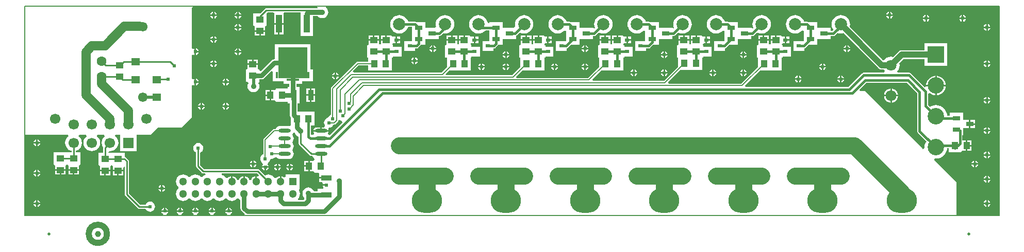
<source format=gbl>
%FSLAX25Y25*%
%MOIN*%
G70*
G01*
G75*
G04 Layer_Physical_Order=2*
G04 Layer_Color=16711680*
%ADD10C,0.03937*%
%ADD11R,0.07874X0.11024*%
%ADD12C,0.03937*%
%ADD13R,0.03937X0.09055*%
%ADD14R,0.09055X0.11024*%
%ADD15R,0.04724X0.03937*%
%ADD16R,0.03937X0.04724*%
%ADD17R,0.04724X0.05512*%
%ADD18R,0.06693X0.03740*%
%ADD19R,0.09843X0.07087*%
%ADD20C,0.03000*%
%ADD21C,0.00800*%
%ADD22C,0.06000*%
%ADD23C,0.04000*%
%ADD24C,0.01000*%
%ADD25C,0.02000*%
%ADD26C,0.11000*%
%ADD27C,0.00500*%
%ADD28C,0.01969*%
%ADD29R,0.06693X0.06693*%
%ADD30C,0.06693*%
%ADD31O,0.19685X0.15748*%
%ADD32C,0.06102*%
%ADD33R,0.06299X0.06299*%
%ADD34C,0.06299*%
%ADD35C,0.07087*%
%ADD36C,0.07874*%
%ADD37C,0.10630*%
%ADD38R,0.10630X0.10630*%
%ADD39R,0.05118X0.05118*%
%ADD40C,0.05118*%
%ADD41C,0.03600*%
%ADD42C,0.02400*%
%ADD43R,0.05512X0.04724*%
%ADD44R,0.01575X0.03937*%
%ADD45R,0.07874X0.01575*%
%ADD46R,0.03937X0.11811*%
%ADD47R,0.18898X0.20079*%
%ADD48R,0.04724X0.03150*%
%ADD49R,0.02953X0.02362*%
%ADD50R,0.03740X0.06693*%
%ADD51O,0.07874X0.02402*%
%ADD52O,0.07874X0.02400*%
%ADD53C,0.01500*%
G36*
X-53077Y79583D02*
Y54897D01*
X-52957Y54292D01*
X-52614Y53779D01*
X-47084Y48249D01*
X-47691Y47113D01*
X-48109Y45734D01*
X-48250Y44300D01*
X-48191Y43700D01*
X-49151Y43246D01*
X-86614Y80709D01*
X-89973D01*
X-90355Y81633D01*
X-85937Y86051D01*
X-59546D01*
X-53077Y79583D01*
D02*
G37*
G36*
X-441069Y135827D02*
X-440586Y134827D01*
X-440905Y134425D01*
X-473800D01*
X-474307Y134325D01*
X-474737Y134037D01*
X-477666Y131109D01*
X-482162D01*
Y123172D01*
X-481937D01*
X-481162Y122628D01*
X-481162Y122172D01*
Y120160D01*
X-474438D01*
Y122172D01*
X-474438Y122628D01*
X-473663Y123172D01*
X-473663Y123172D01*
X-473438D01*
Y131109D01*
X-473438D01*
X-472714Y131774D01*
X-469467D01*
X-468657Y131315D01*
X-468657Y130774D01*
Y124909D01*
X-462720D01*
Y130774D01*
X-462720Y131315D01*
X-461911Y131774D01*
X-461911D01*
X-451665D01*
Y116504D01*
X-443728D01*
Y129555D01*
X-440590D01*
X-440310Y129190D01*
X-439516Y128581D01*
X-438592Y128198D01*
X-437600Y128067D01*
X-436608Y128198D01*
X-435684Y128581D01*
X-434890Y129190D01*
X-434281Y129984D01*
X-433898Y130908D01*
X-433767Y131900D01*
X-433898Y132892D01*
X-434281Y133816D01*
X-434890Y134610D01*
X-435172Y134827D01*
X-434833Y135827D01*
X-707Y135827D01*
X0Y135119D01*
X-0Y0D01*
X-27559D01*
Y21654D01*
X-41954Y36049D01*
X-41500Y37009D01*
X-40900Y36950D01*
X-39466Y37091D01*
X-38087Y37509D01*
X-36816Y38188D01*
X-35702Y39103D01*
X-34788Y40216D01*
X-34109Y41487D01*
X-33691Y42866D01*
X-33597Y43820D01*
X-32509D01*
Y41038D01*
X-24572D01*
Y41263D01*
X-24028Y42038D01*
X-21560D01*
Y45400D01*
Y48762D01*
X-23811D01*
Y52085D01*
X-23375D01*
Y56674D01*
X-22438Y56826D01*
X-22375Y56826D01*
X-19575D01*
Y59400D01*
Y61975D01*
X-22375D01*
X-22438Y61975D01*
X-23375Y62127D01*
Y66715D01*
X-32099D01*
Y64721D01*
X-33591D01*
X-33691Y65734D01*
X-34109Y67113D01*
X-34788Y68384D01*
X-35702Y69498D01*
X-36816Y70412D01*
X-38087Y71091D01*
X-39466Y71509D01*
X-40900Y71650D01*
X-42334Y71509D01*
X-43713Y71091D01*
X-44849Y70484D01*
X-46020Y71655D01*
Y79039D01*
X-45020Y79512D01*
X-44425Y79024D01*
X-43328Y78438D01*
X-42138Y78076D01*
X-41400Y78004D01*
Y83800D01*
X-47196D01*
X-47183Y83667D01*
X-48143Y83213D01*
X-57079Y92149D01*
X-57592Y92492D01*
X-58197Y92612D01*
X-65597D01*
X-65833Y93612D01*
X-65040Y94645D01*
X-64481Y95994D01*
X-64291Y97441D01*
X-64477Y98852D01*
X-61853Y101476D01*
X-48215D01*
Y96985D01*
X-33585D01*
Y111615D01*
X-48215D01*
Y107124D01*
X-63023D01*
X-63754Y107028D01*
X-63953Y106945D01*
X-64435Y106746D01*
X-65020Y106297D01*
X-68471Y102846D01*
X-69882Y103032D01*
X-71329Y102842D01*
X-72677Y102283D01*
X-73835Y101394D01*
X-74204Y100915D01*
X-75202Y100849D01*
X-96672Y122320D01*
X-96511Y122852D01*
X-96396Y124016D01*
X-96511Y125180D01*
X-96851Y126299D01*
X-97402Y127330D01*
X-98144Y128234D01*
X-99048Y128976D01*
X-100079Y129527D01*
X-101198Y129867D01*
X-102362Y129982D01*
X-103526Y129867D01*
X-104645Y129527D01*
X-105677Y128976D01*
X-106581Y128234D01*
X-107323Y127330D01*
X-107874Y126299D01*
X-108213Y125180D01*
X-108328Y124016D01*
X-108213Y122852D01*
X-107874Y121733D01*
X-107323Y120701D01*
X-107067Y120390D01*
X-107846Y119612D01*
X-109023D01*
Y121607D01*
X-117685D01*
Y125347D01*
X-123493D01*
X-123686Y125476D01*
X-124291Y125596D01*
X-126165D01*
X-126378Y126299D01*
X-126929Y127330D01*
X-127671Y128234D01*
X-128575Y128976D01*
X-129607Y129527D01*
X-130726Y129867D01*
X-131890Y129982D01*
X-133054Y129867D01*
X-134173Y129527D01*
X-135204Y128976D01*
X-136108Y128234D01*
X-136850Y127330D01*
X-137401Y126299D01*
X-137741Y125180D01*
X-137856Y124016D01*
X-137741Y122852D01*
X-137401Y121733D01*
X-136850Y120701D01*
X-136108Y119797D01*
X-135204Y119055D01*
X-134173Y118504D01*
X-133054Y118165D01*
X-131890Y118050D01*
X-130726Y118165D01*
X-129607Y118504D01*
X-128575Y119055D01*
X-127671Y119797D01*
X-127409Y120117D01*
X-126409Y119759D01*
Y118197D01*
X-126409D01*
Y117867D01*
X-126409D01*
Y113213D01*
X-133004D01*
Y106851D01*
X-126051D01*
Y108502D01*
X-125702Y108572D01*
X-125190Y108914D01*
X-123387Y110717D01*
X-117685D01*
Y114457D01*
X-109023D01*
Y116452D01*
X-107191D01*
X-106586Y116572D01*
X-106074Y116914D01*
X-104521Y118467D01*
X-103526Y118165D01*
X-102362Y118050D01*
X-101198Y118165D01*
X-100666Y118326D01*
X-77784Y95444D01*
X-77200Y94995D01*
X-76859Y94854D01*
X-76518Y94713D01*
X-75787Y94617D01*
X-74702D01*
X-73931Y93612D01*
X-74167Y92612D01*
X-87591D01*
X-88196Y92492D01*
X-88709Y92149D01*
X-97446Y83412D01*
X-164007D01*
X-164421Y84412D01*
X-154663Y94169D01*
X-140583D01*
Y102323D01*
X-139929D01*
Y103110D01*
X-134713D01*
Y109473D01*
X-139929D01*
Y110260D01*
X-140090D01*
X-140488Y110664D01*
X-139997Y111591D01*
X-139929D01*
X-138689D01*
Y113772D01*
Y115953D01*
X-139929D01*
X-140416Y115953D01*
X-140470Y116036D01*
Y116036D01*
X-140929Y116740D01*
X-140929D01*
X-141064Y116740D01*
X-141078Y116740D01*
X-141089Y116740D01*
X-141089D01*
X-141109D01*
X-141113Y116740D01*
X-141150Y116740D01*
X-141154D01*
X-141172D01*
X-141175D01*
X-141179D01*
X-141179D01*
X-141179D01*
X-142179Y116740D01*
X-143791D01*
Y113772D01*
X-144291D01*
Y113272D01*
X-147654D01*
Y111378D01*
X-148070Y111071D01*
X-148291Y110970D01*
X-148513Y111071D01*
X-148929Y111378D01*
Y113272D01*
X-155654D01*
Y111260D01*
X-155654Y110803D01*
X-156429Y110260D01*
X-156429Y110260D01*
X-156654D01*
Y102323D01*
X-156000D01*
Y96293D01*
X-166738Y85555D01*
X-213671D01*
X-214054Y86479D01*
X-206163Y94369D01*
X-192083D01*
Y102323D01*
X-191429D01*
Y103110D01*
X-185894D01*
Y109473D01*
X-191429D01*
Y110260D01*
X-191608D01*
X-191662Y110317D01*
X-191719Y110711D01*
X-190836Y111591D01*
X-189870D01*
Y113772D01*
Y115953D01*
X-191429D01*
X-191847Y115953D01*
X-192429Y116711D01*
X-192429Y116711D01*
Y116740D01*
X-195291D01*
Y113772D01*
X-195791D01*
Y113272D01*
X-199154D01*
Y111378D01*
X-199570Y111071D01*
X-199791Y110970D01*
X-200013Y111071D01*
X-200429Y111378D01*
Y113272D01*
X-207154D01*
Y111260D01*
X-207154Y110803D01*
X-207928Y110260D01*
X-207928Y110260D01*
X-208154D01*
Y102323D01*
X-207500D01*
Y96493D01*
X-216638Y87355D01*
X-262671D01*
X-263054Y88279D01*
X-257163Y94169D01*
X-243083D01*
Y102323D01*
X-242429D01*
Y103110D01*
X-237075D01*
Y109473D01*
X-242429D01*
Y110260D01*
X-242590D01*
X-242988Y110664D01*
X-242497Y111591D01*
X-242429D01*
X-241051D01*
Y113772D01*
Y115953D01*
X-242429D01*
X-242916Y115953D01*
X-243429Y116740D01*
D01*
X-243507D01*
X-243541Y116740D01*
X-246291D01*
Y113772D01*
X-246791D01*
Y113272D01*
X-250154D01*
Y111378D01*
X-250570Y111071D01*
X-250791Y110970D01*
X-251013Y111071D01*
X-251429Y111378D01*
Y113272D01*
X-258154D01*
Y111260D01*
X-258154Y110803D01*
X-258928Y110260D01*
X-258928Y110260D01*
X-259154D01*
Y102323D01*
X-258500D01*
Y96293D01*
X-265638Y89155D01*
X-311871D01*
X-312254Y90079D01*
X-308163Y94169D01*
X-294083D01*
Y102323D01*
X-293429D01*
Y103110D01*
X-288256D01*
Y109473D01*
X-293429D01*
Y110260D01*
X-293590D01*
X-293988Y110664D01*
X-293497Y111591D01*
X-293429D01*
X-292232D01*
Y113772D01*
Y115953D01*
X-293429D01*
X-293916Y115953D01*
X-293997Y116077D01*
Y116077D01*
X-294429Y116740D01*
X-294429D01*
X-294591Y116740D01*
X-294608Y116740D01*
X-294620Y116740D01*
X-294620D01*
X-294644D01*
X-294648Y116740D01*
X-294690Y116740D01*
X-294695D01*
X-294715D01*
X-294718D01*
X-294722D01*
X-294722D01*
X-294722D01*
X-295722Y116740D01*
X-297291D01*
Y113772D01*
X-297791D01*
Y113272D01*
X-301154D01*
Y111378D01*
X-301570Y111071D01*
X-301791Y110970D01*
X-302013Y111071D01*
X-302429Y111378D01*
Y113272D01*
X-309154D01*
Y111260D01*
X-309154Y110803D01*
X-309928Y110260D01*
X-309928Y110260D01*
X-310154D01*
Y102323D01*
X-309500D01*
Y96293D01*
X-314838Y90955D01*
X-357571D01*
X-357954Y91879D01*
X-355663Y94169D01*
X-341583D01*
Y102323D01*
X-341429D01*
Y103110D01*
X-335646D01*
Y109473D01*
X-341429D01*
Y110260D01*
X-341429D01*
X-341747Y111222D01*
X-341723Y111529D01*
X-341599Y111591D01*
X-341429Y111591D01*
X-339622D01*
Y113772D01*
Y115953D01*
X-341429D01*
X-341599Y115953D01*
X-342429Y116361D01*
Y116740D01*
X-345291D01*
Y113772D01*
X-345791D01*
Y113272D01*
X-349154D01*
Y111378D01*
X-349570Y111071D01*
X-349791Y110970D01*
X-350013Y111071D01*
X-350429Y111378D01*
Y113272D01*
X-357154D01*
Y111260D01*
X-357154Y110803D01*
X-357928Y110260D01*
X-357928Y110260D01*
X-358154D01*
Y102323D01*
X-357000D01*
Y96293D01*
X-360538Y92755D01*
X-417408D01*
X-417791Y93679D01*
X-414162Y97308D01*
X-408000D01*
Y94169D01*
X-392583D01*
Y102323D01*
X-391929D01*
Y103110D01*
X-386146D01*
Y109473D01*
X-391929D01*
Y110260D01*
X-391929D01*
X-392247Y111222D01*
X-392223Y111529D01*
X-392098Y111591D01*
X-391929Y111591D01*
X-390122D01*
Y113772D01*
Y115953D01*
X-391929D01*
X-392098Y115953D01*
X-392929Y116361D01*
Y116740D01*
X-395791D01*
Y113772D01*
X-396291D01*
Y113272D01*
X-399654D01*
Y111378D01*
X-400070Y111071D01*
X-400291Y110970D01*
X-400513Y111071D01*
X-400929Y111378D01*
Y113272D01*
X-407654D01*
Y111260D01*
X-407654Y110803D01*
X-408428Y110260D01*
X-408428Y110260D01*
X-408654D01*
Y102323D01*
X-408000D01*
Y99755D01*
X-414668D01*
X-415137Y99662D01*
X-415534Y99397D01*
X-431665Y83265D01*
X-431930Y82868D01*
X-432023Y82400D01*
Y65557D01*
X-432414Y65395D01*
X-433082Y64882D01*
X-433595Y64214D01*
X-433918Y63435D01*
X-433930Y63345D01*
X-434135Y63318D01*
X-434914Y62995D01*
X-435582Y62482D01*
X-436095Y61814D01*
X-436418Y61035D01*
X-436528Y60200D01*
X-436418Y59365D01*
X-436095Y58586D01*
X-435832Y58243D01*
X-436262Y57243D01*
X-437878D01*
Y55500D01*
X-433497D01*
X-433569Y55858D01*
X-433672Y56013D01*
X-433476Y56519D01*
X-433126Y56995D01*
X-432465Y57082D01*
X-431686Y57405D01*
X-431018Y57918D01*
X-430505Y58586D01*
X-430343Y58977D01*
X-429806D01*
X-429338Y59070D01*
X-428941Y59335D01*
X-427535Y60741D01*
X-427270Y61138D01*
X-427177Y61606D01*
Y61752D01*
X-427139Y61788D01*
X-426177Y62183D01*
X-425814Y61905D01*
X-425035Y61582D01*
X-424798Y61551D01*
X-424440Y60495D01*
X-432696Y52239D01*
X-433359Y52282D01*
X-433633Y52493D01*
X-433943Y53171D01*
X-433806Y53786D01*
X-433569Y54142D01*
X-433497Y54500D01*
X-443259D01*
X-443187Y54142D01*
X-442950Y53786D01*
X-442812Y53171D01*
X-443123Y52493D01*
X-443397Y52282D01*
X-444504Y52444D01*
X-444879Y52783D01*
Y58538D01*
X-442491D01*
Y67262D01*
X-453755D01*
Y72754D01*
X-452230D01*
Y83447D01*
X-454348D01*
Y85402D01*
X-450756D01*
Y86976D01*
X-443669D01*
Y94913D01*
X-445244D01*
Y111055D01*
X-468142D01*
Y101361D01*
X-468584D01*
X-469482Y101182D01*
X-470243Y100674D01*
X-477238Y93679D01*
X-478238Y94093D01*
Y94628D01*
X-478463D01*
X-479238Y95172D01*
X-479238Y95628D01*
Y97640D01*
X-485962D01*
Y95628D01*
X-485962Y95172D01*
X-486737Y94628D01*
X-486737Y94628D01*
X-486962D01*
Y86691D01*
X-485932D01*
X-485419Y85716D01*
X-485802Y84792D01*
X-485933Y83800D01*
X-485802Y82808D01*
X-485419Y81884D01*
X-484810Y81090D01*
X-484016Y80481D01*
X-483092Y80098D01*
X-482100Y79967D01*
X-481108Y80098D01*
X-480184Y80481D01*
X-479390Y81090D01*
X-478781Y81884D01*
X-478398Y82808D01*
X-478267Y83800D01*
X-478398Y84792D01*
X-478781Y85716D01*
X-478268Y86691D01*
X-478238D01*
Y88315D01*
X-476940D01*
X-476043Y88493D01*
X-475282Y89002D01*
X-470640Y93643D01*
X-469717Y93261D01*
Y86976D01*
X-462630D01*
Y85402D01*
X-459038D01*
Y83447D01*
X-459970D01*
Y82362D01*
X-467668D01*
Y82137D01*
X-468212Y81362D01*
X-468669Y81362D01*
X-470680D01*
Y78000D01*
Y74638D01*
X-468669D01*
X-468212Y74638D01*
X-467668Y73863D01*
X-467668Y73863D01*
Y73638D01*
X-459970D01*
Y72754D01*
X-458445D01*
Y65060D01*
X-458267Y64162D01*
X-457909Y63627D01*
Y58985D01*
X-458032Y58779D01*
X-458752Y58160D01*
X-459263Y58228D01*
X-464737D01*
X-465572Y58118D01*
X-466351Y57795D01*
X-467019Y57282D01*
X-467532Y56614D01*
X-467694Y56223D01*
X-468700D01*
X-469168Y56130D01*
X-469565Y55865D01*
X-475365Y50065D01*
X-475630Y49668D01*
X-475724Y49200D01*
Y39857D01*
X-476114Y39695D01*
X-476782Y39182D01*
X-477295Y38514D01*
X-477618Y37735D01*
X-477728Y36900D01*
X-477618Y36065D01*
X-477295Y35286D01*
X-476782Y34618D01*
X-476184Y34159D01*
X-476101Y33994D01*
X-476010Y33206D01*
X-476053Y32997D01*
X-476482Y32355D01*
X-476553Y31996D01*
X-472266D01*
X-472337Y32355D01*
X-472806Y33056D01*
X-472824Y33086D01*
X-472850Y33514D01*
X-472731Y34223D01*
X-472218Y34618D01*
X-471756Y35219D01*
X-471705Y35286D01*
X-471382Y36065D01*
X-471382D01*
Y36065D01*
X-470976Y36896D01*
X-470319Y36888D01*
X-470200Y36872D01*
X-469365Y36982D01*
X-468586Y37305D01*
X-468194Y37606D01*
X-467019Y37718D01*
X-466351Y37205D01*
X-465572Y36882D01*
X-464737Y36772D01*
X-459263D01*
X-458428Y36882D01*
X-457649Y37205D01*
X-456981Y37718D01*
X-456468Y38386D01*
X-456145Y39165D01*
X-456035Y40000D01*
X-456145Y40835D01*
X-456468Y41614D01*
X-456582Y41763D01*
X-456890Y42500D01*
X-456582Y43237D01*
X-456468Y43386D01*
X-456145Y44164D01*
X-456035Y45000D01*
X-456145Y45836D01*
X-456468Y46614D01*
X-456582Y46763D01*
X-456890Y47500D01*
X-456582Y48237D01*
X-456468Y48386D01*
X-456145Y49165D01*
X-456035Y50000D01*
X-456145Y50835D01*
X-456468Y51614D01*
X-456582Y51763D01*
X-456890Y52500D01*
X-456582Y53237D01*
X-456468Y53386D01*
X-456251Y53910D01*
X-455224Y53775D01*
X-455202Y53608D01*
X-454819Y52684D01*
X-454210Y51890D01*
X-453416Y51281D01*
X-452825Y51036D01*
Y46900D01*
X-452725Y46393D01*
X-452437Y45963D01*
X-445537Y39063D01*
X-445107Y38775D01*
X-444600Y38675D01*
X-444030D01*
X-443910Y38386D01*
X-443397Y37717D01*
X-442947Y37372D01*
X-442728Y36462D01*
X-442728Y36462D01*
X-443149Y35637D01*
X-443272Y35462D01*
X-443728Y35462D01*
X-445740D01*
Y32100D01*
Y28738D01*
X-443728D01*
X-443272Y28738D01*
X-442728Y27963D01*
X-442728Y27963D01*
Y27738D01*
X-440299D01*
X-439446Y27382D01*
X-439446Y26738D01*
Y25012D01*
X-435100D01*
Y24012D01*
X-439446D01*
Y21642D01*
X-437718D01*
X-437172Y20658D01*
X-437244Y20300D01*
X-435100D01*
Y19300D01*
X-437244D01*
X-437172Y18942D01*
X-436783Y18358D01*
X-436946Y17785D01*
X-437206Y17358D01*
X-440447D01*
Y15833D01*
X-442939D01*
X-443181Y16416D01*
X-443790Y17210D01*
X-444584Y17819D01*
X-445508Y18202D01*
X-446500Y18333D01*
X-447492Y18202D01*
X-448416Y17819D01*
X-449210Y17210D01*
X-449819Y16416D01*
X-450202Y15492D01*
X-450333Y14500D01*
X-450202Y13508D01*
X-449819Y12584D01*
X-449210Y11790D01*
X-449195Y11779D01*
X-449132Y10783D01*
X-449846Y10045D01*
X-452941D01*
X-453231Y10554D01*
X-453347Y11045D01*
X-452711Y11874D01*
X-452251Y12983D01*
X-452095Y14173D01*
X-452251Y15363D01*
X-452711Y16472D01*
X-452723Y16488D01*
X-452230Y17488D01*
X-452134D01*
Y26606D01*
X-461252D01*
Y25204D01*
X-461501Y25006D01*
X-462252Y24757D01*
X-462772Y25156D01*
X-463638Y25515D01*
X-464067Y25571D01*
Y22047D01*
X-465067D01*
Y25571D01*
X-465496Y25515D01*
X-466362Y25156D01*
X-467105Y24586D01*
X-467346Y24272D01*
X-468459Y24347D01*
X-469189Y25299D01*
X-470142Y26030D01*
X-471251Y26489D01*
X-472441Y26646D01*
X-473631Y26489D01*
X-474605Y26086D01*
X-478257Y29737D01*
X-478687Y30025D01*
X-479194Y30125D01*
X-514051D01*
X-516474Y32549D01*
Y40885D01*
X-516186Y41005D01*
X-515518Y41518D01*
X-515005Y42186D01*
X-514682Y42965D01*
X-514572Y43800D01*
X-514682Y44635D01*
X-515005Y45414D01*
X-515518Y46082D01*
X-516186Y46595D01*
X-516965Y46918D01*
X-517800Y47028D01*
X-518635Y46918D01*
X-519414Y46595D01*
X-520082Y46082D01*
X-520595Y45414D01*
X-520918Y44635D01*
X-521028Y43800D01*
X-520918Y42965D01*
X-520595Y42186D01*
X-520082Y41518D01*
X-519414Y41005D01*
X-519126Y40885D01*
Y32000D01*
X-519025Y31493D01*
X-518737Y31063D01*
X-515537Y27863D01*
X-515107Y27575D01*
X-514600Y27474D01*
X-513142D01*
X-513001Y26489D01*
X-514110Y26030D01*
X-515063Y25299D01*
X-515248Y25057D01*
X-516248D01*
X-516433Y25299D01*
X-517386Y26030D01*
X-518495Y26489D01*
X-519685Y26646D01*
X-520875Y26489D01*
X-521984Y26030D01*
X-522937Y25299D01*
X-523122Y25057D01*
X-524122D01*
X-524307Y25299D01*
X-525260Y26030D01*
X-526369Y26489D01*
X-527559Y26646D01*
X-528749Y26489D01*
X-529858Y26030D01*
X-530811Y25299D01*
X-531541Y24346D01*
X-532001Y23237D01*
X-532157Y22047D01*
X-532001Y20857D01*
X-531541Y19748D01*
X-530811Y18796D01*
X-530569Y18610D01*
Y17610D01*
X-530811Y17425D01*
X-531541Y16472D01*
X-532001Y15363D01*
X-532157Y14173D01*
X-532001Y12983D01*
X-531541Y11874D01*
X-530811Y10922D01*
X-529858Y10191D01*
X-528749Y9731D01*
X-527559Y9575D01*
X-526369Y9731D01*
X-525260Y10191D01*
X-524307Y10922D01*
X-524122Y11163D01*
X-523122D01*
X-522937Y10922D01*
X-521984Y10191D01*
X-520875Y9731D01*
X-519685Y9575D01*
X-518495Y9731D01*
X-517386Y10191D01*
X-516433Y10922D01*
X-516248Y11163D01*
X-515248D01*
X-515063Y10922D01*
X-514110Y10191D01*
X-513001Y9731D01*
X-511811Y9575D01*
X-510621Y9731D01*
X-509512Y10191D01*
X-508560Y10922D01*
X-508374Y11163D01*
X-507374D01*
X-507189Y10922D01*
X-506236Y10191D01*
X-505127Y9731D01*
X-503937Y9575D01*
X-502747Y9731D01*
X-501638Y10191D01*
X-500686Y10922D01*
X-500500Y11163D01*
X-499500D01*
X-499314Y10922D01*
X-498362Y10191D01*
X-497253Y9731D01*
X-496063Y9575D01*
X-494873Y9731D01*
X-493764Y10191D01*
X-492811Y10922D01*
X-492626Y11163D01*
X-491626D01*
X-491440Y10922D01*
X-490534Y10226D01*
Y4889D01*
X-490355Y3992D01*
X-489847Y3231D01*
X-487658Y1042D01*
X-487658Y1042D01*
X-487596Y1000D01*
X-487899Y0D01*
X-496828D01*
X-496881Y136D01*
X-496994Y1000D01*
X-496445Y1367D01*
X-495959Y2094D01*
X-495888Y2453D01*
X-500175D01*
X-500104Y2094D01*
X-499618Y1367D01*
X-499069Y1000D01*
X-499182Y136D01*
X-499235Y0D01*
X-507654Y0D01*
X-507708Y136D01*
X-507821Y1000D01*
X-507272Y1367D01*
X-506786Y2094D01*
X-506715Y2453D01*
X-511002D01*
X-510931Y2094D01*
X-510444Y1367D01*
X-509896Y1000D01*
X-510009Y136D01*
X-510062Y0D01*
X-518481D01*
X-518535Y136D01*
X-518648Y1000D01*
X-518099Y1367D01*
X-517613Y2094D01*
X-517541Y2453D01*
X-521829D01*
X-521757Y2094D01*
X-521271Y1367D01*
X-520722Y1000D01*
X-520835Y136D01*
X-520889Y0D01*
X-528324D01*
X-528377Y136D01*
X-528490Y1000D01*
X-527941Y1367D01*
X-527455Y2094D01*
X-527384Y2453D01*
X-531671D01*
X-531600Y2094D01*
X-531114Y1367D01*
X-530565Y1000D01*
X-530678Y136D01*
X-530731Y0D01*
X-538166D01*
X-538220Y136D01*
X-538333Y1000D01*
X-537784Y1367D01*
X-537298Y2094D01*
X-537226Y2453D01*
X-541514D01*
X-541442Y2094D01*
X-540956Y1367D01*
X-540408Y1000D01*
X-540520Y136D01*
X-540574Y0D01*
X-629214Y0D01*
X-629921Y707D01*
Y51520D01*
X-629920Y51527D01*
X-629721Y52437D01*
X-628921Y52437D01*
X-602083D01*
X-601744Y51437D01*
X-602238Y51057D01*
X-603095Y49940D01*
X-603634Y48640D01*
X-603818Y47244D01*
X-603634Y45848D01*
X-603095Y44548D01*
X-602238Y43431D01*
X-601122Y42574D01*
X-599821Y42035D01*
X-599725Y42023D01*
Y41009D01*
X-611162D01*
Y33072D01*
X-610937D01*
X-610162Y32528D01*
X-610162Y32072D01*
Y30060D01*
X-603438D01*
Y32072D01*
X-603438Y32528D01*
X-602663Y33072D01*
X-602663Y33072D01*
X-602537D01*
X-601762Y32528D01*
X-601762Y32072D01*
Y30060D01*
X-595038D01*
Y32072D01*
X-595038Y32528D01*
X-594263Y33072D01*
X-594263Y33072D01*
X-594038D01*
Y41009D01*
X-597075D01*
Y42029D01*
X-597029Y42035D01*
X-595729Y42574D01*
X-594612Y43431D01*
X-593755Y44548D01*
X-593216Y45848D01*
X-593033Y47244D01*
X-593216Y48640D01*
X-593755Y49940D01*
X-594612Y51057D01*
X-595107Y51437D01*
X-594767Y52437D01*
X-590272D01*
X-589933Y51437D01*
X-590427Y51057D01*
X-591284Y49940D01*
X-591823Y48640D01*
X-592007Y47244D01*
X-591823Y45848D01*
X-591284Y44548D01*
X-590427Y43431D01*
X-589311Y42574D01*
X-588010Y42035D01*
X-586614Y41851D01*
X-585218Y42035D01*
X-583918Y42574D01*
X-582801Y43431D01*
X-581944Y44548D01*
X-581405Y45848D01*
X-581222Y47244D01*
X-581405Y48640D01*
X-581944Y49940D01*
X-582801Y51057D01*
X-583296Y51437D01*
X-582956Y52437D01*
X-578461D01*
X-578122Y51437D01*
X-578616Y51057D01*
X-579473Y49940D01*
X-580012Y48640D01*
X-580196Y47244D01*
X-580012Y45848D01*
X-579473Y44548D01*
X-579277Y44292D01*
X-579325Y44047D01*
Y40609D01*
X-582362D01*
Y32672D01*
X-582137D01*
X-581362Y32128D01*
X-581362Y31672D01*
Y29660D01*
X-574638D01*
Y31672D01*
X-574638Y32128D01*
X-573863Y32672D01*
X-573863Y32672D01*
X-573837D01*
X-573062Y32128D01*
X-573062Y31672D01*
Y29660D01*
X-566338D01*
Y31102D01*
X-565424Y31758D01*
X-565338Y31766D01*
X-565279Y31741D01*
X-565226Y31687D01*
Y13900D01*
X-565125Y13393D01*
X-564837Y12963D01*
X-556737Y4863D01*
X-556307Y4575D01*
X-555800Y4474D01*
X-551815D01*
X-551695Y4186D01*
X-551182Y3518D01*
X-550514Y3005D01*
X-549735Y2682D01*
X-548900Y2572D01*
X-548065Y2682D01*
X-547286Y3005D01*
X-546618Y3518D01*
X-546105Y4186D01*
X-545782Y4965D01*
X-545672Y5800D01*
X-545782Y6635D01*
X-546105Y7414D01*
X-546618Y8082D01*
X-547286Y8595D01*
X-548065Y8918D01*
X-548900Y9028D01*
X-549735Y8918D01*
X-550514Y8595D01*
X-551182Y8082D01*
X-551695Y7414D01*
X-551815Y7125D01*
X-555251D01*
X-562574Y14449D01*
Y35300D01*
X-562675Y35807D01*
X-562963Y36237D01*
X-564563Y37837D01*
X-564993Y38125D01*
X-565338Y38193D01*
Y40609D01*
X-575845D01*
X-576000Y41087D01*
X-575214Y41906D01*
X-574803Y41851D01*
X-573407Y42035D01*
X-572107Y42574D01*
X-570990Y43431D01*
X-570133Y44548D01*
X-569594Y45848D01*
X-569411Y47244D01*
X-569594Y48640D01*
X-570133Y49940D01*
X-570990Y51057D01*
X-571485Y51437D01*
X-571145Y52437D01*
X-568339D01*
Y41898D01*
X-557646D01*
Y52437D01*
X-548663D01*
X-543900Y57200D01*
X-528700D01*
X-522000Y63900D01*
Y68900D01*
Y84404D01*
X-521888Y84500D01*
X-521000Y84847D01*
X-520543Y84542D01*
X-520185Y84470D01*
Y86614D01*
Y88758D01*
X-520543Y88687D01*
X-521000Y88381D01*
X-521888Y88729D01*
X-522000Y88824D01*
Y104089D01*
X-521888Y104185D01*
X-521000Y104532D01*
X-520543Y104227D01*
X-520185Y104156D01*
Y106299D01*
Y108443D01*
X-520543Y108372D01*
X-521000Y108066D01*
X-521888Y108414D01*
X-522000Y108510D01*
Y134827D01*
X-521011Y135827D01*
X-521010Y135827D01*
X-441069Y135827D01*
D02*
G37*
G36*
X-478497Y26229D02*
X-479064Y25381D01*
X-479386Y25515D01*
X-479815Y25571D01*
Y22047D01*
X-480815D01*
Y25571D01*
X-481244Y25515D01*
X-482110Y25156D01*
X-482853Y24586D01*
X-483424Y23842D01*
X-483730Y23104D01*
X-484241Y22976D01*
X-484263D01*
X-484774Y23104D01*
X-485080Y23842D01*
X-485651Y24586D01*
X-486394Y25156D01*
X-487260Y25515D01*
X-487689Y25571D01*
Y22047D01*
X-488689D01*
Y25571D01*
X-489118Y25515D01*
X-489984Y25156D01*
X-490727Y24586D01*
X-491298Y23842D01*
X-491604Y23104D01*
X-492115Y22976D01*
X-492137D01*
X-492648Y23104D01*
X-492954Y23842D01*
X-493525Y24586D01*
X-494268Y25156D01*
X-495134Y25515D01*
X-495563Y25571D01*
Y22047D01*
X-496563D01*
Y25571D01*
X-496992Y25515D01*
X-497858Y25156D01*
X-498601Y24586D01*
X-498842Y24272D01*
X-499955Y24347D01*
X-500686Y25299D01*
X-501638Y26030D01*
X-502747Y26489D01*
X-502606Y27474D01*
X-479743D01*
X-478497Y26229D01*
D02*
G37*
%LPC*%
G36*
X-70382Y77256D02*
X-74399D01*
X-74308Y76570D01*
X-73851Y75465D01*
X-73122Y74516D01*
X-72173Y73787D01*
X-71068Y73330D01*
X-70382Y73239D01*
Y77256D01*
D02*
G37*
G36*
X-8374Y76947D02*
X-8732Y76876D01*
X-9460Y76389D01*
X-9946Y75661D01*
X-10018Y75303D01*
X-8374D01*
Y76947D01*
D02*
G37*
G36*
X-5730Y74303D02*
X-7374D01*
Y72659D01*
X-7016Y72731D01*
X-6288Y73217D01*
X-5802Y73945D01*
X-5730Y74303D01*
D02*
G37*
G36*
X-471680Y77500D02*
X-474149D01*
Y74638D01*
X-471680D01*
Y77500D01*
D02*
G37*
G36*
X-445576Y77600D02*
X-447947D01*
Y73753D01*
X-445576D01*
Y77600D01*
D02*
G37*
G36*
X-65365Y77256D02*
X-69382D01*
Y73239D01*
X-68696Y73330D01*
X-67591Y73787D01*
X-66642Y74516D01*
X-65913Y75465D01*
X-65456Y76570D01*
X-65365Y77256D01*
D02*
G37*
G36*
X-442206Y77600D02*
X-444576D01*
Y73753D01*
X-442206D01*
Y77600D01*
D02*
G37*
G36*
X-445576Y82446D02*
X-447947D01*
Y78600D01*
X-445576D01*
Y82446D01*
D02*
G37*
G36*
X-471680Y81362D02*
X-474149D01*
Y78500D01*
X-471680D01*
Y81362D01*
D02*
G37*
G36*
X-517541Y86114D02*
X-519185D01*
Y84470D01*
X-518827Y84542D01*
X-518099Y85028D01*
X-517613Y85756D01*
X-517541Y86114D01*
D02*
G37*
G36*
X-442206Y82446D02*
X-444576D01*
Y78600D01*
X-442206D01*
Y82446D01*
D02*
G37*
G36*
X-34604Y83800D02*
X-40400D01*
Y78004D01*
X-39662Y78076D01*
X-38472Y78438D01*
X-37375Y79024D01*
X-36413Y79813D01*
X-35624Y80775D01*
X-35037Y81872D01*
X-34676Y83062D01*
X-34604Y83800D01*
D02*
G37*
G36*
X-7374Y76947D02*
Y75303D01*
X-5730D01*
X-5802Y75661D01*
X-6288Y76389D01*
X-7016Y76876D01*
X-7374Y76947D01*
D02*
G37*
G36*
X-69382Y82273D02*
Y78256D01*
X-65365D01*
X-65456Y78942D01*
X-65913Y80047D01*
X-66642Y80996D01*
X-67591Y81725D01*
X-68696Y82182D01*
X-69382Y82273D01*
D02*
G37*
G36*
X-70382D02*
X-71068Y82182D01*
X-72173Y81725D01*
X-73122Y80996D01*
X-73851Y80047D01*
X-74308Y78942D01*
X-74399Y78256D01*
X-70382D01*
Y82273D01*
D02*
G37*
G36*
X-7374Y57262D02*
Y55618D01*
X-5730D01*
X-5802Y55976D01*
X-6288Y56704D01*
X-7016Y57191D01*
X-7374Y57262D01*
D02*
G37*
G36*
X-8374D02*
X-8732Y57191D01*
X-9460Y56704D01*
X-9946Y55976D01*
X-10018Y55618D01*
X-8374D01*
Y57262D01*
D02*
G37*
G36*
X-18575Y61975D02*
Y59900D01*
X-15713D01*
Y61975D01*
X-18575D01*
D02*
G37*
G36*
X-15713Y58900D02*
X-18575D01*
Y56826D01*
X-15713D01*
Y58900D01*
D02*
G37*
G36*
X-8374Y54618D02*
X-10018D01*
X-9946Y54260D01*
X-9460Y53532D01*
X-8732Y53046D01*
X-8374Y52974D01*
Y54618D01*
D02*
G37*
G36*
X-621547Y49388D02*
Y47744D01*
X-619904D01*
X-619975Y48103D01*
X-620461Y48830D01*
X-621189Y49316D01*
X-621547Y49388D01*
D02*
G37*
G36*
X-438878Y57243D02*
X-441115D01*
X-441973Y57072D01*
X-442701Y56586D01*
X-443187Y55858D01*
X-443259Y55500D01*
X-438878D01*
Y57243D01*
D02*
G37*
G36*
X-5730Y54618D02*
X-7374D01*
Y52974D01*
X-7016Y53046D01*
X-6288Y53532D01*
X-5802Y54260D01*
X-5730Y54618D01*
D02*
G37*
G36*
X-516248Y70366D02*
X-517892D01*
X-517820Y70008D01*
X-517334Y69280D01*
X-516606Y68794D01*
X-516248Y68722D01*
Y70366D01*
D02*
G37*
G36*
X-500500Y73010D02*
X-500858Y72939D01*
X-501586Y72452D01*
X-502072Y71724D01*
X-502144Y71366D01*
X-500500D01*
Y73010D01*
D02*
G37*
G36*
X-515248D02*
Y71366D01*
X-513604D01*
X-513676Y71724D01*
X-514162Y72452D01*
X-514890Y72939D01*
X-515248Y73010D01*
D02*
G37*
G36*
X-8374Y74303D02*
X-10018D01*
X-9946Y73945D01*
X-9460Y73217D01*
X-8732Y72731D01*
X-8374Y72659D01*
Y74303D01*
D02*
G37*
G36*
X-499500Y73010D02*
Y71366D01*
X-497856D01*
X-497928Y71724D01*
X-498414Y72452D01*
X-499142Y72939D01*
X-499500Y73010D01*
D02*
G37*
G36*
X-500500Y70366D02*
X-502144D01*
X-502072Y70008D01*
X-501586Y69280D01*
X-500858Y68794D01*
X-500500Y68722D01*
Y70366D01*
D02*
G37*
G36*
X-513604D02*
X-515248D01*
Y68722D01*
X-514890Y68794D01*
X-514162Y69280D01*
X-513676Y70008D01*
X-513604Y70366D01*
D02*
G37*
G36*
X-516248Y73010D02*
X-516606Y72939D01*
X-517334Y72452D01*
X-517820Y71724D01*
X-517892Y71366D01*
X-516248D01*
Y73010D01*
D02*
G37*
G36*
X-497856Y70366D02*
X-499500D01*
Y68722D01*
X-499142Y68794D01*
X-498414Y69280D01*
X-497928Y70008D01*
X-497856Y70366D01*
D02*
G37*
G36*
X-500500Y86114D02*
X-502144D01*
X-502072Y85756D01*
X-501586Y85028D01*
X-500858Y84542D01*
X-500500Y84470D01*
Y86114D01*
D02*
G37*
G36*
X-165854Y92020D02*
X-167498D01*
X-167427Y91661D01*
X-166940Y90934D01*
X-166213Y90447D01*
X-165854Y90376D01*
Y92020D01*
D02*
G37*
G36*
X-182896D02*
X-184539D01*
Y90376D01*
X-184181Y90447D01*
X-183453Y90934D01*
X-182967Y91661D01*
X-182896Y92020D01*
D02*
G37*
G36*
X-429634Y92695D02*
X-429992Y92624D01*
X-430720Y92137D01*
X-431206Y91410D01*
X-431278Y91051D01*
X-429634D01*
Y92695D01*
D02*
G37*
G36*
X-163211Y92020D02*
X-164854D01*
Y90376D01*
X-164496Y90447D01*
X-163768Y90934D01*
X-163282Y91661D01*
X-163211Y92020D01*
D02*
G37*
G36*
X-217036D02*
X-218679D01*
X-218608Y91661D01*
X-218122Y90934D01*
X-217394Y90447D01*
X-217036Y90376D01*
Y92020D01*
D02*
G37*
G36*
X-234077D02*
X-235720D01*
Y90376D01*
X-235362Y90447D01*
X-234634Y90934D01*
X-234148Y91661D01*
X-234077Y92020D01*
D02*
G37*
G36*
X-185539D02*
X-187183D01*
X-187112Y91661D01*
X-186626Y90934D01*
X-185898Y90447D01*
X-185539Y90376D01*
Y92020D01*
D02*
G37*
G36*
X-214392D02*
X-216036D01*
Y90376D01*
X-215677Y90447D01*
X-214949Y90934D01*
X-214463Y91661D01*
X-214392Y92020D01*
D02*
G37*
G36*
X-185539Y94663D02*
X-185898Y94592D01*
X-186626Y94106D01*
X-187112Y93378D01*
X-187183Y93020D01*
X-185539D01*
Y94663D01*
D02*
G37*
G36*
X-216036D02*
Y93020D01*
X-214392D01*
X-214463Y93378D01*
X-214949Y94106D01*
X-215677Y94592D01*
X-216036Y94663D01*
D02*
G37*
G36*
X-165854D02*
X-166213Y94592D01*
X-166940Y94106D01*
X-167427Y93378D01*
X-167498Y93020D01*
X-165854D01*
Y94663D01*
D02*
G37*
G36*
X-184539D02*
Y93020D01*
X-182896D01*
X-182967Y93378D01*
X-183453Y94106D01*
X-184181Y94592D01*
X-184539Y94663D01*
D02*
G37*
G36*
X-236720D02*
X-237079Y94592D01*
X-237807Y94106D01*
X-238293Y93378D01*
X-238364Y93020D01*
X-236720D01*
Y94663D01*
D02*
G37*
G36*
X-428634Y92695D02*
Y91051D01*
X-426990D01*
X-427062Y91410D01*
X-427548Y92137D01*
X-428275Y92624D01*
X-428634Y92695D01*
D02*
G37*
G36*
X-217036Y94663D02*
X-217394Y94592D01*
X-218122Y94106D01*
X-218608Y93378D01*
X-218679Y93020D01*
X-217036D01*
Y94663D01*
D02*
G37*
G36*
X-235720D02*
Y93020D01*
X-234077D01*
X-234148Y93378D01*
X-234634Y94106D01*
X-235362Y94592D01*
X-235720Y94663D01*
D02*
G37*
G36*
X-236720Y92020D02*
X-238364D01*
X-238293Y91661D01*
X-237807Y90934D01*
X-237079Y90447D01*
X-236720Y90376D01*
Y92020D01*
D02*
G37*
G36*
X-102862Y88083D02*
X-104506D01*
X-104435Y87724D01*
X-103948Y86997D01*
X-103221Y86510D01*
X-102862Y86439D01*
Y88083D01*
D02*
G37*
G36*
X-127778D02*
X-129421D01*
Y86439D01*
X-129063Y86510D01*
X-128335Y86997D01*
X-127849Y87724D01*
X-127778Y88083D01*
D02*
G37*
G36*
X-519185Y88758D02*
Y87114D01*
X-517541D01*
X-517613Y87473D01*
X-518099Y88200D01*
X-518827Y88687D01*
X-519185Y88758D01*
D02*
G37*
G36*
X-100219Y88083D02*
X-101862D01*
Y86439D01*
X-101504Y86510D01*
X-100776Y86997D01*
X-100290Y87724D01*
X-100219Y88083D01*
D02*
G37*
G36*
X-41400Y90596D02*
X-42138Y90524D01*
X-43328Y90162D01*
X-44425Y89576D01*
X-45387Y88787D01*
X-46176Y87825D01*
X-46762Y86728D01*
X-47124Y85538D01*
X-47196Y84800D01*
X-41400D01*
Y90596D01*
D02*
G37*
G36*
X-497856Y86114D02*
X-499500D01*
Y84470D01*
X-499142Y84542D01*
X-498414Y85028D01*
X-497928Y85756D01*
X-497856Y86114D01*
D02*
G37*
G36*
X-130421Y88083D02*
X-132065D01*
X-131994Y87724D01*
X-131507Y86997D01*
X-130780Y86510D01*
X-130421Y86439D01*
Y88083D01*
D02*
G37*
G36*
X-40400Y90596D02*
Y84800D01*
X-34604D01*
X-34676Y85538D01*
X-35037Y86728D01*
X-35624Y87825D01*
X-36413Y88787D01*
X-37375Y89576D01*
X-38472Y90162D01*
X-39662Y90524D01*
X-40400Y90596D01*
D02*
G37*
G36*
X-129421Y90726D02*
Y89083D01*
X-127778D01*
X-127849Y89441D01*
X-128335Y90169D01*
X-129063Y90655D01*
X-129421Y90726D01*
D02*
G37*
G36*
X-130421D02*
X-130780Y90655D01*
X-131507Y90169D01*
X-131994Y89441D01*
X-132065Y89083D01*
X-130421D01*
Y90726D01*
D02*
G37*
G36*
X-101862D02*
Y89083D01*
X-100219D01*
X-100290Y89441D01*
X-100776Y90169D01*
X-101504Y90655D01*
X-101862Y90726D01*
D02*
G37*
G36*
X-102862D02*
X-103221Y90655D01*
X-103948Y90169D01*
X-104435Y89441D01*
X-104506Y89083D01*
X-102862D01*
Y90726D01*
D02*
G37*
G36*
X-499500Y88758D02*
Y87114D01*
X-497856D01*
X-497928Y87473D01*
X-498414Y88200D01*
X-499142Y88687D01*
X-499500Y88758D01*
D02*
G37*
G36*
X-500500D02*
X-500858Y88687D01*
X-501586Y88200D01*
X-502072Y87473D01*
X-502144Y87114D01*
X-500500D01*
Y88758D01*
D02*
G37*
G36*
X-426990Y90051D02*
X-428634D01*
Y88407D01*
X-428275Y88479D01*
X-427548Y88965D01*
X-427062Y89693D01*
X-426990Y90051D01*
D02*
G37*
G36*
X-429634D02*
X-431278D01*
X-431206Y89693D01*
X-430720Y88965D01*
X-429992Y88479D01*
X-429634Y88407D01*
Y90051D01*
D02*
G37*
G36*
X-8374Y23122D02*
X-10018D01*
X-9946Y22764D01*
X-9460Y22036D01*
X-8732Y21550D01*
X-8374Y21478D01*
Y23122D01*
D02*
G37*
G36*
X-540839Y19860D02*
Y18216D01*
X-539195D01*
X-539266Y18575D01*
X-539752Y19303D01*
X-540480Y19789D01*
X-540839Y19860D01*
D02*
G37*
G36*
X-8374Y25766D02*
X-8732Y25694D01*
X-9460Y25208D01*
X-9946Y24480D01*
X-10018Y24122D01*
X-8374D01*
Y25766D01*
D02*
G37*
G36*
X-5730Y23122D02*
X-7374D01*
Y21478D01*
X-7016Y21550D01*
X-6288Y22036D01*
X-5802Y22764D01*
X-5730Y23122D01*
D02*
G37*
G36*
X-541839Y17217D02*
X-543482D01*
X-543411Y16858D01*
X-542925Y16130D01*
X-542197Y15644D01*
X-541839Y15573D01*
Y17217D01*
D02*
G37*
G36*
X-7374Y10018D02*
Y8374D01*
X-5730D01*
X-5802Y8732D01*
X-6288Y9460D01*
X-7016Y9946D01*
X-7374Y10018D01*
D02*
G37*
G36*
X-541839Y19860D02*
X-542197Y19789D01*
X-542925Y19303D01*
X-543411Y18575D01*
X-543482Y18216D01*
X-541839D01*
Y19860D01*
D02*
G37*
G36*
X-539195Y17217D02*
X-540839D01*
Y15573D01*
X-540480Y15644D01*
X-539752Y16130D01*
X-539266Y16858D01*
X-539195Y17217D01*
D02*
G37*
G36*
X-570200Y28660D02*
X-573062D01*
Y26191D01*
X-570200D01*
Y28660D01*
D02*
G37*
G36*
X-574638D02*
X-577500D01*
Y26191D01*
X-574638D01*
Y28660D01*
D02*
G37*
G36*
X-607300Y29060D02*
X-610162D01*
Y26591D01*
X-607300D01*
Y29060D01*
D02*
G37*
G36*
X-566338Y28660D02*
X-569200D01*
Y26191D01*
X-566338D01*
Y28660D01*
D02*
G37*
G36*
X-622547Y27059D02*
X-624191D01*
X-624120Y26701D01*
X-623633Y25973D01*
X-622906Y25487D01*
X-622547Y25415D01*
Y27059D01*
D02*
G37*
G36*
X-7374Y25766D02*
Y24122D01*
X-5730D01*
X-5802Y24480D01*
X-6288Y25208D01*
X-7016Y25694D01*
X-7374Y25766D01*
D02*
G37*
G36*
X-578500Y28660D02*
X-581362D01*
Y26191D01*
X-578500D01*
Y28660D01*
D02*
G37*
G36*
X-619904Y27059D02*
X-621547D01*
Y25415D01*
X-621189Y25487D01*
X-620461Y25973D01*
X-619975Y26701D01*
X-619904Y27059D01*
D02*
G37*
G36*
X-8374Y10018D02*
X-8732Y9946D01*
X-9460Y9460D01*
X-9946Y8732D01*
X-10018Y8374D01*
X-8374D01*
Y10018D01*
D02*
G37*
G36*
X-519185Y5096D02*
Y3453D01*
X-517541D01*
X-517613Y3811D01*
X-518099Y4539D01*
X-518827Y5025D01*
X-519185Y5096D01*
D02*
G37*
G36*
X-520185D02*
X-520543Y5025D01*
X-521271Y4539D01*
X-521757Y3811D01*
X-521829Y3453D01*
X-520185D01*
Y5096D01*
D02*
G37*
G36*
X-508358D02*
Y3453D01*
X-506715D01*
X-506786Y3811D01*
X-507272Y4539D01*
X-508000Y5025D01*
X-508358Y5096D01*
D02*
G37*
G36*
X-509358D02*
X-509717Y5025D01*
X-510444Y4539D01*
X-510931Y3811D01*
X-511002Y3453D01*
X-509358D01*
Y5096D01*
D02*
G37*
G36*
X-538870D02*
Y3453D01*
X-537226D01*
X-537298Y3811D01*
X-537784Y4539D01*
X-538512Y5025D01*
X-538870Y5096D01*
D02*
G37*
G36*
X-539870D02*
X-540229Y5025D01*
X-540956Y4539D01*
X-541442Y3811D01*
X-541514Y3453D01*
X-539870D01*
Y5096D01*
D02*
G37*
G36*
X-529028D02*
Y3453D01*
X-527384D01*
X-527455Y3811D01*
X-527941Y4539D01*
X-528669Y5025D01*
X-529028Y5096D01*
D02*
G37*
G36*
X-530028D02*
X-530386Y5025D01*
X-531114Y4539D01*
X-531600Y3811D01*
X-531671Y3453D01*
X-530028D01*
Y5096D01*
D02*
G37*
G36*
X-5730Y7374D02*
X-7374D01*
Y5730D01*
X-7016Y5802D01*
X-6288Y6288D01*
X-5802Y7016D01*
X-5730Y7374D01*
D02*
G37*
G36*
X-8374D02*
X-10018D01*
X-9946Y7016D01*
X-9460Y6288D01*
X-8732Y5802D01*
X-8374Y5730D01*
Y7374D01*
D02*
G37*
G36*
X-621547Y10018D02*
Y8374D01*
X-619904D01*
X-619975Y8732D01*
X-620461Y9460D01*
X-621189Y9946D01*
X-621547Y10018D01*
D02*
G37*
G36*
X-622547D02*
X-622906Y9946D01*
X-623633Y9460D01*
X-624120Y8732D01*
X-624191Y8374D01*
X-622547D01*
Y10018D01*
D02*
G37*
G36*
X-497532Y5096D02*
Y3453D01*
X-495888D01*
X-495959Y3811D01*
X-496445Y4539D01*
X-497173Y5025D01*
X-497532Y5096D01*
D02*
G37*
G36*
X-498531D02*
X-498890Y5025D01*
X-499618Y4539D01*
X-500104Y3811D01*
X-500175Y3453D01*
X-498531D01*
Y5096D01*
D02*
G37*
G36*
X-619904Y7374D02*
X-621547D01*
Y5730D01*
X-621189Y5802D01*
X-620461Y6288D01*
X-619975Y7016D01*
X-619904Y7374D01*
D02*
G37*
G36*
X-622547D02*
X-624191D01*
X-624120Y7016D01*
X-623633Y6288D01*
X-622906Y5802D01*
X-622547Y5730D01*
Y7374D01*
D02*
G37*
G36*
X-603438Y29060D02*
X-606300D01*
Y26591D01*
X-603438D01*
Y29060D01*
D02*
G37*
G36*
X-16248Y35608D02*
X-16607Y35537D01*
X-17334Y35051D01*
X-17820Y34323D01*
X-17892Y33965D01*
X-16248D01*
Y35608D01*
D02*
G37*
G36*
X-481783Y35608D02*
Y33965D01*
X-480140D01*
X-480211Y34323D01*
X-480697Y35051D01*
X-481425Y35537D01*
X-481783Y35608D01*
D02*
G37*
G36*
X-8374Y38870D02*
X-10018D01*
X-9946Y38512D01*
X-9460Y37784D01*
X-8732Y37298D01*
X-8374Y37226D01*
Y38870D01*
D02*
G37*
G36*
X-15248Y35608D02*
Y33965D01*
X-13604D01*
X-13676Y34323D01*
X-14162Y35051D01*
X-14890Y35537D01*
X-15248Y35608D01*
D02*
G37*
G36*
X-458161Y33640D02*
Y31996D01*
X-456518D01*
X-456589Y32355D01*
X-457075Y33082D01*
X-457803Y33568D01*
X-458161Y33640D01*
D02*
G37*
G36*
X-459161D02*
X-459520Y33568D01*
X-460248Y33082D01*
X-460734Y32355D01*
X-460805Y31996D01*
X-459161D01*
Y33640D01*
D02*
G37*
G36*
X-482784Y35608D02*
X-483142Y35537D01*
X-483870Y35051D01*
X-484356Y34323D01*
X-484427Y33965D01*
X-482784D01*
Y35608D01*
D02*
G37*
G36*
X-446740Y35462D02*
X-449209D01*
Y32600D01*
X-446740D01*
Y35462D01*
D02*
G37*
G36*
X-619904Y46744D02*
X-621547D01*
Y45101D01*
X-621189Y45172D01*
X-620461Y45658D01*
X-619975Y46386D01*
X-619904Y46744D01*
D02*
G37*
G36*
X-622547D02*
X-624191D01*
X-624120Y46386D01*
X-623633Y45658D01*
X-622906Y45172D01*
X-622547Y45101D01*
Y46744D01*
D02*
G37*
G36*
Y49388D02*
X-622906Y49316D01*
X-623633Y48830D01*
X-624120Y48103D01*
X-624191Y47744D01*
X-622547D01*
Y49388D01*
D02*
G37*
G36*
X-18091Y48762D02*
X-20560D01*
Y45900D01*
X-18091D01*
Y48762D01*
D02*
G37*
G36*
X-8374Y41514D02*
X-8732Y41442D01*
X-9460Y40956D01*
X-9946Y40229D01*
X-10018Y39870D01*
X-8374D01*
Y41514D01*
D02*
G37*
G36*
X-5730Y38870D02*
X-7374D01*
Y37226D01*
X-7016Y37298D01*
X-6288Y37784D01*
X-5802Y38512D01*
X-5730Y38870D01*
D02*
G37*
G36*
X-18091Y44900D02*
X-20560D01*
Y42038D01*
X-18091D01*
Y44900D01*
D02*
G37*
G36*
X-7374Y41514D02*
Y39870D01*
X-5730D01*
X-5802Y40229D01*
X-6288Y40956D01*
X-7016Y41442D01*
X-7374Y41514D01*
D02*
G37*
G36*
X-466035Y33640D02*
Y31996D01*
X-464392D01*
X-464463Y32355D01*
X-464949Y33082D01*
X-465677Y33568D01*
X-466035Y33640D01*
D02*
G37*
G36*
X-474909Y30996D02*
X-476553D01*
X-476482Y30638D01*
X-475996Y29910D01*
X-475268Y29424D01*
X-474909Y29352D01*
Y30996D01*
D02*
G37*
G36*
X-446740Y31600D02*
X-449209D01*
Y28738D01*
X-446740D01*
Y31600D01*
D02*
G37*
G36*
X-467035Y30996D02*
X-468679D01*
X-468608Y30638D01*
X-468121Y29910D01*
X-467394Y29424D01*
X-467035Y29352D01*
Y30996D01*
D02*
G37*
G36*
X-472266D02*
X-473910D01*
Y29352D01*
X-473551Y29424D01*
X-472823Y29910D01*
X-472337Y30638D01*
X-472266Y30996D01*
D02*
G37*
G36*
X-595038Y29060D02*
X-597900D01*
Y26591D01*
X-595038D01*
Y29060D01*
D02*
G37*
G36*
X-598900D02*
X-601762D01*
Y26591D01*
X-598900D01*
Y29060D01*
D02*
G37*
G36*
X-621547Y29703D02*
Y28059D01*
X-619904D01*
X-619975Y28418D01*
X-620461Y29145D01*
X-621189Y29631D01*
X-621547Y29703D01*
D02*
G37*
G36*
X-622547D02*
X-622906Y29631D01*
X-623633Y29145D01*
X-624120Y28418D01*
X-624191Y28059D01*
X-622547D01*
Y29703D01*
D02*
G37*
G36*
X-16248Y32965D02*
X-17892D01*
X-17820Y32606D01*
X-17334Y31879D01*
X-16607Y31392D01*
X-16248Y31321D01*
Y32965D01*
D02*
G37*
G36*
X-480140Y32965D02*
X-481783D01*
Y31321D01*
X-481425Y31392D01*
X-480697Y31879D01*
X-480211Y32606D01*
X-480140Y32965D01*
D02*
G37*
G36*
X-467035Y33640D02*
X-467394Y33568D01*
X-468121Y33082D01*
X-468608Y32355D01*
X-468679Y31996D01*
X-467035D01*
Y33640D01*
D02*
G37*
G36*
X-13604Y32965D02*
X-15248D01*
Y31321D01*
X-14890Y31392D01*
X-14162Y31879D01*
X-13676Y32606D01*
X-13604Y32965D01*
D02*
G37*
G36*
X-459161Y30996D02*
X-460805D01*
X-460734Y30638D01*
X-460248Y29910D01*
X-459520Y29424D01*
X-459161Y29352D01*
Y30996D01*
D02*
G37*
G36*
X-464392D02*
X-466035D01*
Y29352D01*
X-465677Y29424D01*
X-464949Y29910D01*
X-464463Y30638D01*
X-464392Y30996D01*
D02*
G37*
G36*
X-482784Y32965D02*
X-484427D01*
X-484356Y32606D01*
X-483870Y31879D01*
X-483142Y31392D01*
X-482784Y31321D01*
Y32965D01*
D02*
G37*
G36*
X-456518Y30996D02*
X-458161D01*
Y29352D01*
X-457803Y29424D01*
X-457075Y29910D01*
X-456589Y30638D01*
X-456518Y30996D01*
D02*
G37*
G36*
X-164854Y94663D02*
Y93020D01*
X-163211D01*
X-163282Y93378D01*
X-163768Y94106D01*
X-164496Y94592D01*
X-164854Y94663D01*
D02*
G37*
G36*
X-204291Y116740D02*
X-207154D01*
Y114272D01*
X-204291D01*
Y116740D01*
D02*
G37*
G36*
X-247291D02*
X-250154D01*
Y114272D01*
X-247291D01*
Y116740D01*
D02*
G37*
G36*
X-196291D02*
X-199154D01*
Y114272D01*
X-196291D01*
Y116740D01*
D02*
G37*
G36*
X-200429D02*
X-203291D01*
Y114272D01*
X-200429D01*
Y116740D01*
D02*
G37*
G36*
X-298291D02*
X-301154D01*
Y114272D01*
X-298291D01*
Y116740D01*
D02*
G37*
G36*
X-302429D02*
X-305291D01*
Y114272D01*
X-302429D01*
Y116740D01*
D02*
G37*
G36*
X-251429D02*
X-254291D01*
Y114272D01*
X-251429D01*
Y116740D01*
D02*
G37*
G36*
X-255291D02*
X-258154D01*
Y114272D01*
X-255291D01*
Y116740D01*
D02*
G37*
G36*
X-478300Y119160D02*
X-481162D01*
Y116691D01*
X-478300D01*
Y119160D01*
D02*
G37*
G36*
X-507374Y116317D02*
Y114673D01*
X-505730D01*
X-505802Y115032D01*
X-506288Y115759D01*
X-507016Y116246D01*
X-507374Y116317D01*
D02*
G37*
G36*
X-466189Y123909D02*
X-468657D01*
Y117504D01*
X-466189D01*
Y123909D01*
D02*
G37*
G36*
X-474438Y119160D02*
X-477300D01*
Y116691D01*
X-474438D01*
Y119160D01*
D02*
G37*
G36*
X-148929Y116740D02*
X-151791D01*
Y114272D01*
X-148929D01*
Y116740D01*
D02*
G37*
G36*
X-152791D02*
X-155654D01*
Y114272D01*
X-152791D01*
Y116740D01*
D02*
G37*
G36*
X-508374Y116317D02*
X-508732Y116246D01*
X-509460Y115759D01*
X-509946Y115032D01*
X-510018Y114673D01*
X-508374D01*
Y116317D01*
D02*
G37*
G36*
X-144791Y116740D02*
X-147654D01*
Y114272D01*
X-144791D01*
Y116740D01*
D02*
G37*
G36*
X-306291D02*
X-309154D01*
Y114272D01*
X-306291D01*
Y116740D01*
D02*
G37*
G36*
X-338622Y115953D02*
Y114272D01*
X-336646D01*
Y115953D01*
X-338622D01*
D02*
G37*
G36*
X-389122D02*
Y114272D01*
X-387146D01*
Y115953D01*
X-389122D01*
D02*
G37*
G36*
X-240051D02*
Y114272D01*
X-238075D01*
Y115953D01*
X-240051D01*
D02*
G37*
G36*
X-291232D02*
Y114272D01*
X-289256D01*
Y115953D01*
X-291232D01*
D02*
G37*
G36*
X-135713Y113272D02*
X-137689D01*
Y111591D01*
X-135713D01*
Y113272D01*
D02*
G37*
G36*
X-186894D02*
X-188870D01*
Y111591D01*
X-186894D01*
Y113272D01*
D02*
G37*
G36*
X-505730Y113673D02*
X-507374D01*
Y112030D01*
X-507016Y112101D01*
X-506288Y112587D01*
X-505802Y113315D01*
X-505730Y113673D01*
D02*
G37*
G36*
X-508374D02*
X-510018D01*
X-509946Y113315D01*
X-509460Y112587D01*
X-508732Y112101D01*
X-508374Y112030D01*
Y113673D01*
D02*
G37*
G36*
X-354291Y116740D02*
X-357154D01*
Y114272D01*
X-354291D01*
Y116740D01*
D02*
G37*
G36*
X-396791D02*
X-399654D01*
Y114272D01*
X-396791D01*
Y116740D01*
D02*
G37*
G36*
X-346291D02*
X-349154D01*
Y114272D01*
X-346291D01*
Y116740D01*
D02*
G37*
G36*
X-350429D02*
X-353291D01*
Y114272D01*
X-350429D01*
Y116740D01*
D02*
G37*
G36*
X-137689Y115953D02*
Y114272D01*
X-135713D01*
Y115953D01*
X-137689D01*
D02*
G37*
G36*
X-188870D02*
Y114272D01*
X-186894D01*
Y115953D01*
X-188870D01*
D02*
G37*
G36*
X-400929Y116740D02*
X-403791D01*
Y114272D01*
X-400929D01*
Y116740D01*
D02*
G37*
G36*
X-404791D02*
X-407654D01*
Y114272D01*
X-404791D01*
Y116740D01*
D02*
G37*
G36*
X-462720Y123909D02*
X-465189D01*
Y117504D01*
X-462720D01*
Y123909D01*
D02*
G37*
G36*
X-68722Y129421D02*
X-70366D01*
Y127778D01*
X-70008Y127849D01*
X-69280Y128335D01*
X-68794Y129063D01*
X-68722Y129421D01*
D02*
G37*
G36*
X-71366D02*
X-73010D01*
X-72939Y129063D01*
X-72452Y128335D01*
X-71724Y127849D01*
X-71366Y127778D01*
Y129421D01*
D02*
G37*
G36*
X-46744Y130096D02*
Y128453D01*
X-45101D01*
X-45172Y128811D01*
X-45658Y129539D01*
X-46386Y130025D01*
X-46744Y130096D01*
D02*
G37*
G36*
X-47744D02*
X-48103Y130025D01*
X-48830Y129539D01*
X-49316Y128811D01*
X-49388Y128453D01*
X-47744D01*
Y130096D01*
D02*
G37*
G36*
X-505730Y129421D02*
X-507374D01*
Y127778D01*
X-507016Y127849D01*
X-506288Y128335D01*
X-505802Y129063D01*
X-505730Y129421D01*
D02*
G37*
G36*
X-508374D02*
X-510018D01*
X-509946Y129063D01*
X-509460Y128335D01*
X-508732Y127849D01*
X-508374Y127778D01*
Y129421D01*
D02*
G37*
G36*
X-489982D02*
X-491626D01*
Y127778D01*
X-491268Y127849D01*
X-490540Y128335D01*
X-490054Y129063D01*
X-489982Y129421D01*
D02*
G37*
G36*
X-492626D02*
X-494270D01*
X-494198Y129063D01*
X-493712Y128335D01*
X-492984Y127849D01*
X-492626Y127778D01*
Y129421D01*
D02*
G37*
G36*
X-491626Y132065D02*
Y130421D01*
X-489982D01*
X-490054Y130780D01*
X-490540Y131507D01*
X-491268Y131994D01*
X-491626Y132065D01*
D02*
G37*
G36*
X-492626D02*
X-492984Y131994D01*
X-493712Y131507D01*
X-494198Y130780D01*
X-494270Y130421D01*
X-492626D01*
Y132065D01*
D02*
G37*
G36*
X-70366D02*
Y130421D01*
X-68722D01*
X-68794Y130780D01*
X-69280Y131507D01*
X-70008Y131994D01*
X-70366Y132065D01*
D02*
G37*
G36*
X-71366D02*
X-71724Y131994D01*
X-72452Y131507D01*
X-72939Y130780D01*
X-73010Y130421D01*
X-71366D01*
Y132065D01*
D02*
G37*
G36*
X-23122Y130096D02*
Y128453D01*
X-21478D01*
X-21550Y128811D01*
X-22036Y129539D01*
X-22764Y130025D01*
X-23122Y130096D01*
D02*
G37*
G36*
X-24122D02*
X-24480Y130025D01*
X-25208Y129539D01*
X-25694Y128811D01*
X-25766Y128453D01*
X-24122D01*
Y130096D01*
D02*
G37*
G36*
X-507374Y132065D02*
Y130421D01*
X-505730D01*
X-505802Y130780D01*
X-506288Y131507D01*
X-507016Y131994D01*
X-507374Y132065D01*
D02*
G37*
G36*
X-508374D02*
X-508732Y131994D01*
X-509460Y131507D01*
X-509946Y130780D01*
X-510018Y130421D01*
X-508374D01*
Y132065D01*
D02*
G37*
G36*
X-21478Y127453D02*
X-23122D01*
Y125809D01*
X-22764Y125881D01*
X-22036Y126367D01*
X-21550Y127094D01*
X-21478Y127453D01*
D02*
G37*
G36*
X-255906Y129982D02*
X-257069Y129867D01*
X-258189Y129527D01*
X-259220Y128976D01*
X-260124Y128234D01*
X-260866Y127330D01*
X-261417Y126299D01*
X-261757Y125180D01*
X-261871Y124016D01*
X-261757Y122852D01*
X-261417Y121733D01*
X-261333Y121575D01*
X-261567Y121317D01*
X-262567Y121607D01*
Y121607D01*
X-271228D01*
Y125347D01*
X-277036D01*
X-277229Y125476D01*
X-277834Y125596D01*
X-279708D01*
X-279922Y126299D01*
X-280473Y127330D01*
X-281215Y128234D01*
X-282119Y128976D01*
X-283150Y129527D01*
X-284269Y129867D01*
X-285433Y129982D01*
X-286597Y129867D01*
X-287716Y129527D01*
X-288748Y128976D01*
X-289651Y128234D01*
X-290393Y127330D01*
X-290945Y126299D01*
X-291284Y125180D01*
X-291399Y124016D01*
X-291284Y122852D01*
X-290945Y121733D01*
X-290393Y120701D01*
X-289651Y119797D01*
X-288748Y119055D01*
X-287716Y118504D01*
X-286597Y118165D01*
X-285433Y118050D01*
X-284269Y118165D01*
X-283150Y118504D01*
X-282119Y119055D01*
X-281215Y119797D01*
X-280953Y120117D01*
X-279953Y119759D01*
Y118197D01*
X-279953D01*
Y117867D01*
X-279953D01*
Y113213D01*
X-286547D01*
Y106851D01*
X-279594D01*
Y108502D01*
X-279246Y108572D01*
X-278733Y108914D01*
X-276930Y110717D01*
X-271228D01*
Y114457D01*
X-262567D01*
Y116452D01*
X-261890D01*
X-261285Y116572D01*
X-260772Y116914D01*
X-258836Y118850D01*
X-258189Y118504D01*
X-257069Y118165D01*
X-255906Y118050D01*
X-254742Y118165D01*
X-253623Y118504D01*
X-252591Y119055D01*
X-251687Y119797D01*
X-250945Y120701D01*
X-250394Y121733D01*
X-250054Y122852D01*
X-249940Y124016D01*
X-250054Y125180D01*
X-250394Y126299D01*
X-250945Y127330D01*
X-251687Y128234D01*
X-252591Y128976D01*
X-253623Y129527D01*
X-254742Y129867D01*
X-255906Y129982D01*
D02*
G37*
G36*
X-204724D02*
X-205888Y129867D01*
X-207007Y129527D01*
X-208039Y128976D01*
X-208943Y128234D01*
X-209685Y127330D01*
X-210236Y126299D01*
X-210576Y125180D01*
X-210690Y124016D01*
X-210576Y122852D01*
X-210236Y121733D01*
X-210152Y121575D01*
X-210386Y121317D01*
X-211386Y121607D01*
Y121607D01*
X-220047D01*
Y125347D01*
X-225855D01*
X-226048Y125476D01*
X-226653Y125596D01*
X-228527D01*
X-228740Y126299D01*
X-229292Y127330D01*
X-230034Y128234D01*
X-230938Y128976D01*
X-231969Y129527D01*
X-233088Y129867D01*
X-234252Y129982D01*
X-235416Y129867D01*
X-236535Y129527D01*
X-237566Y128976D01*
X-238470Y128234D01*
X-239212Y127330D01*
X-239764Y126299D01*
X-240103Y125180D01*
X-240218Y124016D01*
X-240103Y122852D01*
X-239764Y121733D01*
X-239212Y120701D01*
X-238470Y119797D01*
X-237566Y119055D01*
X-236535Y118504D01*
X-235416Y118165D01*
X-234252Y118050D01*
X-233088Y118165D01*
X-231969Y118504D01*
X-230938Y119055D01*
X-230034Y119797D01*
X-229771Y120117D01*
X-228771Y119759D01*
Y118197D01*
X-228771D01*
Y117867D01*
X-228771D01*
Y113213D01*
X-235366D01*
Y106851D01*
X-228413D01*
Y108451D01*
X-226691D01*
X-226087Y108572D01*
X-225574Y108914D01*
X-223771Y110717D01*
X-220047D01*
Y114457D01*
X-211386D01*
Y116452D01*
X-210708D01*
X-210104Y116572D01*
X-209591Y116914D01*
X-207655Y118850D01*
X-207007Y118504D01*
X-205888Y118165D01*
X-204724Y118050D01*
X-203561Y118165D01*
X-202442Y118504D01*
X-201410Y119055D01*
X-200506Y119797D01*
X-199764Y120701D01*
X-199213Y121733D01*
X-198873Y122852D01*
X-198759Y124016D01*
X-198873Y125180D01*
X-199213Y126299D01*
X-199764Y127330D01*
X-200506Y128234D01*
X-201410Y128976D01*
X-202442Y129527D01*
X-203561Y129867D01*
X-204724Y129982D01*
D02*
G37*
G36*
X-358268D02*
X-359432Y129867D01*
X-360551Y129527D01*
X-361582Y128976D01*
X-362486Y128234D01*
X-363228Y127330D01*
X-363779Y126299D01*
X-364119Y125180D01*
X-364233Y124016D01*
X-364119Y122852D01*
X-364044Y122607D01*
X-364786Y121607D01*
X-370866D01*
Y125347D01*
X-376674D01*
X-376867Y125476D01*
X-377472Y125596D01*
X-382071D01*
X-382284Y126299D01*
X-382835Y127330D01*
X-383577Y128234D01*
X-384481Y128976D01*
X-385512Y129527D01*
X-386631Y129867D01*
X-387795Y129982D01*
X-388959Y129867D01*
X-390078Y129527D01*
X-391110Y128976D01*
X-392014Y128234D01*
X-392756Y127330D01*
X-393307Y126299D01*
X-393646Y125180D01*
X-393761Y124016D01*
X-393646Y122852D01*
X-393307Y121733D01*
X-392756Y120701D01*
X-392014Y119797D01*
X-391110Y119055D01*
X-390078Y118504D01*
X-388959Y118165D01*
X-387795Y118050D01*
X-386631Y118165D01*
X-385512Y118504D01*
X-384481Y119055D01*
X-383577Y119797D01*
X-382835Y120701D01*
X-382284Y121733D01*
X-382071Y122435D01*
X-379590D01*
Y118197D01*
X-379590D01*
Y117867D01*
X-379590D01*
Y113213D01*
X-384437D01*
Y106851D01*
X-377484D01*
Y108451D01*
X-376691D01*
X-376087Y108572D01*
X-375574Y108914D01*
X-374111Y110377D01*
X-373884Y110717D01*
X-370866D01*
Y114457D01*
X-362205D01*
Y116452D01*
X-362091D01*
X-361486Y116572D01*
X-360974Y116914D01*
X-359655Y118233D01*
X-359432Y118165D01*
X-358268Y118050D01*
X-357104Y118165D01*
X-355985Y118504D01*
X-354953Y119055D01*
X-354049Y119797D01*
X-353307Y120701D01*
X-352756Y121733D01*
X-352417Y122852D01*
X-352302Y124016D01*
X-352417Y125180D01*
X-352756Y126299D01*
X-353307Y127330D01*
X-354049Y128234D01*
X-354953Y128976D01*
X-355985Y129527D01*
X-357104Y129867D01*
X-358268Y129982D01*
D02*
G37*
G36*
X-153543D02*
X-154707Y129867D01*
X-155826Y129527D01*
X-156858Y128976D01*
X-157762Y128234D01*
X-158504Y127330D01*
X-159055Y126299D01*
X-159395Y125180D01*
X-159509Y124016D01*
X-159395Y122852D01*
X-159055Y121733D01*
X-158971Y121575D01*
X-159204Y121317D01*
X-160205Y121607D01*
Y121607D01*
X-168866D01*
Y125347D01*
X-174674D01*
X-174867Y125476D01*
X-175472Y125596D01*
X-177346D01*
X-177559Y126299D01*
X-178111Y127330D01*
X-178852Y128234D01*
X-179756Y128976D01*
X-180788Y129527D01*
X-181907Y129867D01*
X-183071Y129982D01*
X-184235Y129867D01*
X-185354Y129527D01*
X-186385Y128976D01*
X-187289Y128234D01*
X-188031Y127330D01*
X-188583Y126299D01*
X-188922Y125180D01*
X-189037Y124016D01*
X-188922Y122852D01*
X-188583Y121733D01*
X-188031Y120701D01*
X-187289Y119797D01*
X-186385Y119055D01*
X-185354Y118504D01*
X-184235Y118165D01*
X-183071Y118050D01*
X-181907Y118165D01*
X-180788Y118504D01*
X-179756Y119055D01*
X-178852Y119797D01*
X-178590Y120117D01*
X-177590Y119759D01*
Y118197D01*
X-177590D01*
Y117867D01*
X-177590D01*
Y113213D01*
X-184185D01*
Y106851D01*
X-177232D01*
Y108502D01*
X-176883Y108572D01*
X-176371Y108914D01*
X-174568Y110717D01*
X-168866D01*
Y114457D01*
X-160205D01*
Y116452D01*
X-159527D01*
X-158923Y116572D01*
X-158410Y116914D01*
X-156474Y118850D01*
X-155826Y118504D01*
X-154707Y118165D01*
X-153543Y118050D01*
X-152380Y118165D01*
X-151260Y118504D01*
X-150229Y119055D01*
X-149325Y119797D01*
X-148583Y120701D01*
X-148032Y121733D01*
X-147692Y122852D01*
X-147578Y124016D01*
X-147692Y125180D01*
X-148032Y126299D01*
X-148583Y127330D01*
X-149325Y128234D01*
X-150229Y128976D01*
X-151260Y129527D01*
X-152380Y129867D01*
X-153543Y129982D01*
D02*
G37*
G36*
X-489982Y121547D02*
X-491626D01*
Y119904D01*
X-491268Y119975D01*
X-490540Y120461D01*
X-490054Y121189D01*
X-489982Y121547D01*
D02*
G37*
G36*
X-492626D02*
X-494270D01*
X-494198Y121189D01*
X-493712Y120461D01*
X-492984Y119975D01*
X-492626Y119904D01*
Y121547D01*
D02*
G37*
G36*
X-5730D02*
X-7374D01*
Y119904D01*
X-7016Y119975D01*
X-6288Y120461D01*
X-5802Y121189D01*
X-5730Y121547D01*
D02*
G37*
G36*
X-8374D02*
X-10018D01*
X-9946Y121189D01*
X-9460Y120461D01*
X-8732Y119975D01*
X-8374Y119904D01*
Y121547D01*
D02*
G37*
G36*
X-47744Y127453D02*
X-49388D01*
X-49316Y127094D01*
X-48830Y126367D01*
X-48103Y125881D01*
X-47744Y125809D01*
Y127453D01*
D02*
G37*
G36*
X-7374Y124191D02*
Y122547D01*
X-5730D01*
X-5802Y122906D01*
X-6288Y123633D01*
X-7016Y124120D01*
X-7374Y124191D01*
D02*
G37*
G36*
X-24122Y127453D02*
X-25766D01*
X-25694Y127094D01*
X-25208Y126367D01*
X-24480Y125881D01*
X-24122Y125809D01*
Y127453D01*
D02*
G37*
G36*
X-45101D02*
X-46744D01*
Y125809D01*
X-46386Y125881D01*
X-45658Y126367D01*
X-45172Y127094D01*
X-45101Y127453D01*
D02*
G37*
G36*
X-492626Y124191D02*
X-492984Y124120D01*
X-493712Y123633D01*
X-494198Y122906D01*
X-494270Y122547D01*
X-492626D01*
Y124191D01*
D02*
G37*
G36*
X-307087Y129982D02*
X-308250Y129867D01*
X-309370Y129527D01*
X-310401Y128976D01*
X-311305Y128234D01*
X-312047Y127330D01*
X-312598Y126299D01*
X-312938Y125180D01*
X-313052Y124016D01*
X-312938Y122852D01*
X-312863Y122607D01*
X-313605Y121607D01*
X-320866D01*
Y125347D01*
X-329590D01*
Y124337D01*
X-329672Y124306D01*
X-330742Y124965D01*
X-330763Y125180D01*
X-331103Y126299D01*
X-331654Y127330D01*
X-332396Y128234D01*
X-333300Y128976D01*
X-334331Y129527D01*
X-335450Y129867D01*
X-336614Y129982D01*
X-337778Y129867D01*
X-338897Y129527D01*
X-339929Y128976D01*
X-340833Y128234D01*
X-341575Y127330D01*
X-342126Y126299D01*
X-342465Y125180D01*
X-342580Y124016D01*
X-342465Y122852D01*
X-342126Y121733D01*
X-341575Y120701D01*
X-340833Y119797D01*
X-339929Y119055D01*
X-338897Y118504D01*
X-337778Y118165D01*
X-336614Y118050D01*
X-335450Y118165D01*
X-334331Y118504D01*
X-333300Y119055D01*
X-332396Y119797D01*
X-332072Y120192D01*
X-329590D01*
Y118197D01*
X-329590D01*
Y117867D01*
X-329590D01*
Y113213D01*
X-333937D01*
Y106851D01*
X-326984D01*
Y108451D01*
X-326591D01*
X-325987Y108572D01*
X-325474Y108914D01*
X-324111Y110277D01*
X-323817Y110717D01*
X-320866D01*
Y114457D01*
X-312205D01*
Y116746D01*
X-311953Y116914D01*
X-310017Y118850D01*
X-309370Y118504D01*
X-308250Y118165D01*
X-307087Y118050D01*
X-305923Y118165D01*
X-304804Y118504D01*
X-303772Y119055D01*
X-302868Y119797D01*
X-302126Y120701D01*
X-301575Y121733D01*
X-301236Y122852D01*
X-301121Y124016D01*
X-301236Y125180D01*
X-301575Y126299D01*
X-302126Y127330D01*
X-302868Y128234D01*
X-303772Y128976D01*
X-304804Y129527D01*
X-305923Y129867D01*
X-307087Y129982D01*
D02*
G37*
G36*
X-8374Y124191D02*
X-8732Y124120D01*
X-9460Y123633D01*
X-9946Y122906D01*
X-10018Y122547D01*
X-8374D01*
Y124191D01*
D02*
G37*
G36*
X-491626D02*
Y122547D01*
X-489982D01*
X-490054Y122906D01*
X-490540Y123633D01*
X-491268Y124120D01*
X-491626Y124191D01*
D02*
G37*
G36*
X-238075Y113272D02*
X-240051D01*
Y111591D01*
X-238075D01*
Y113272D01*
D02*
G37*
G36*
X-114673Y98600D02*
X-115032Y98529D01*
X-115759Y98043D01*
X-116246Y97315D01*
X-116317Y96957D01*
X-114673D01*
Y98600D01*
D02*
G37*
G36*
X-267217D02*
Y96957D01*
X-265573D01*
X-265644Y97315D01*
X-266130Y98043D01*
X-266858Y98529D01*
X-267217Y98600D01*
D02*
G37*
G36*
X-378453Y99894D02*
X-380096D01*
X-380025Y99535D01*
X-379539Y98808D01*
X-378811Y98321D01*
X-378453Y98250D01*
Y99894D01*
D02*
G37*
G36*
X-113673Y98600D02*
Y96957D01*
X-112030D01*
X-112101Y97315D01*
X-112587Y98043D01*
X-113315Y98529D01*
X-113673Y98600D01*
D02*
G37*
G36*
X-287902D02*
X-288260Y98529D01*
X-288988Y98043D01*
X-289474Y97315D01*
X-289545Y96957D01*
X-287902D01*
Y98600D01*
D02*
G37*
G36*
X-318398D02*
Y96957D01*
X-316754D01*
X-316825Y97315D01*
X-317312Y98043D01*
X-318039Y98529D01*
X-318398Y98600D01*
D02*
G37*
G36*
X-268217D02*
X-268575Y98529D01*
X-269303Y98043D01*
X-269789Y97315D01*
X-269860Y96957D01*
X-268217D01*
Y98600D01*
D02*
G37*
G36*
X-286902D02*
Y96957D01*
X-285258D01*
X-285329Y97315D01*
X-285816Y98043D01*
X-286543Y98529D01*
X-286902Y98600D01*
D02*
G37*
G36*
X-8374Y100569D02*
X-8732Y100498D01*
X-9460Y100011D01*
X-9946Y99284D01*
X-10018Y98925D01*
X-8374D01*
Y100569D01*
D02*
G37*
G36*
X-507374D02*
Y98925D01*
X-505730D01*
X-505802Y99284D01*
X-506288Y100011D01*
X-507016Y100498D01*
X-507374Y100569D01*
D02*
G37*
G36*
X-378453Y102537D02*
X-378811Y102466D01*
X-379539Y101980D01*
X-380025Y101252D01*
X-380096Y100894D01*
X-378453D01*
Y102537D01*
D02*
G37*
G36*
X-7374Y100569D02*
Y98925D01*
X-5730D01*
X-5802Y99284D01*
X-6288Y100011D01*
X-7016Y100498D01*
X-7374Y100569D01*
D02*
G37*
G36*
X-483100Y101109D02*
X-485962D01*
Y98640D01*
X-483100D01*
Y101109D01*
D02*
G37*
G36*
X-375809Y99894D02*
X-377453D01*
Y98250D01*
X-377094Y98321D01*
X-376367Y98808D01*
X-375880Y99535D01*
X-375809Y99894D01*
D02*
G37*
G36*
X-508374Y100569D02*
X-508732Y100498D01*
X-509460Y100011D01*
X-509946Y99284D01*
X-510018Y98925D01*
X-508374D01*
Y100569D01*
D02*
G37*
G36*
X-479238Y101109D02*
X-482100D01*
Y98640D01*
X-479238D01*
Y101109D01*
D02*
G37*
G36*
X-319398Y98600D02*
X-319756Y98529D01*
X-320484Y98043D01*
X-320970Y97315D01*
X-321041Y96957D01*
X-319398D01*
Y98600D01*
D02*
G37*
G36*
X-285258Y95957D02*
X-286902D01*
Y94313D01*
X-286543Y94384D01*
X-285816Y94871D01*
X-285329Y95598D01*
X-285258Y95957D01*
D02*
G37*
G36*
X-287902D02*
X-289545D01*
X-289474Y95598D01*
X-288988Y94871D01*
X-288260Y94384D01*
X-287902Y94313D01*
Y95957D01*
D02*
G37*
G36*
X-265573D02*
X-267217D01*
Y94313D01*
X-266858Y94384D01*
X-266130Y94871D01*
X-265644Y95598D01*
X-265573Y95957D01*
D02*
G37*
G36*
X-268217D02*
X-269860D01*
X-269789Y95598D01*
X-269303Y94871D01*
X-268575Y94384D01*
X-268217Y94313D01*
Y95957D01*
D02*
G37*
G36*
X-332502D02*
X-334146D01*
Y94313D01*
X-333787Y94384D01*
X-333060Y94871D01*
X-332573Y95598D01*
X-332502Y95957D01*
D02*
G37*
G36*
X-335146D02*
X-336789D01*
X-336718Y95598D01*
X-336232Y94871D01*
X-335504Y94384D01*
X-335146Y94313D01*
Y95957D01*
D02*
G37*
G36*
X-316754D02*
X-318398D01*
Y94313D01*
X-318039Y94384D01*
X-317312Y94871D01*
X-316825Y95598D01*
X-316754Y95957D01*
D02*
G37*
G36*
X-319398D02*
X-321041D01*
X-320970Y95598D01*
X-320484Y94871D01*
X-319756Y94384D01*
X-319398Y94313D01*
Y95957D01*
D02*
G37*
G36*
X-5730Y97925D02*
X-7374D01*
Y96282D01*
X-7016Y96353D01*
X-6288Y96839D01*
X-5802Y97567D01*
X-5730Y97925D01*
D02*
G37*
G36*
X-8374D02*
X-10018D01*
X-9946Y97567D01*
X-9460Y96839D01*
X-8732Y96353D01*
X-8374Y96282D01*
Y97925D01*
D02*
G37*
G36*
X-334146Y98600D02*
Y96957D01*
X-332502D01*
X-332573Y97315D01*
X-333060Y98043D01*
X-333787Y98529D01*
X-334146Y98600D01*
D02*
G37*
G36*
X-335146D02*
X-335504Y98529D01*
X-336232Y98043D01*
X-336718Y97315D01*
X-336789Y96957D01*
X-335146D01*
Y98600D01*
D02*
G37*
G36*
X-112030Y95957D02*
X-113673D01*
Y94313D01*
X-113315Y94384D01*
X-112587Y94871D01*
X-112101Y95598D01*
X-112030Y95957D01*
D02*
G37*
G36*
X-114673D02*
X-116317D01*
X-116246Y95598D01*
X-115759Y94871D01*
X-115032Y94384D01*
X-114673Y94313D01*
Y95957D01*
D02*
G37*
G36*
X-505730Y97925D02*
X-507374D01*
Y96282D01*
X-507016Y96353D01*
X-506288Y96839D01*
X-505802Y97567D01*
X-505730Y97925D01*
D02*
G37*
G36*
X-508374D02*
X-510018D01*
X-509946Y97567D01*
X-509460Y96839D01*
X-508732Y96353D01*
X-508374Y96282D01*
Y97925D01*
D02*
G37*
G36*
X-377453Y102537D02*
Y100894D01*
X-375809D01*
X-375880Y101252D01*
X-376367Y101980D01*
X-377094Y102466D01*
X-377453Y102537D01*
D02*
G37*
G36*
X-492626Y108443D02*
X-492984Y108372D01*
X-493712Y107885D01*
X-494198Y107158D01*
X-494270Y106799D01*
X-492626D01*
Y108443D01*
D02*
G37*
G36*
X-519185D02*
Y106799D01*
X-517541D01*
X-517613Y107158D01*
X-518099Y107885D01*
X-518827Y108372D01*
X-519185Y108443D01*
D02*
G37*
G36*
X-366642Y110411D02*
X-367000Y110340D01*
X-367728Y109854D01*
X-368214Y109126D01*
X-368285Y108768D01*
X-366642D01*
Y110411D01*
D02*
G37*
G36*
X-491626Y108443D02*
Y106799D01*
X-489982D01*
X-490054Y107158D01*
X-490540Y107885D01*
X-491268Y108372D01*
X-491626Y108443D01*
D02*
G37*
G36*
X-265573Y107768D02*
X-267217D01*
Y106124D01*
X-266858Y106195D01*
X-266130Y106682D01*
X-265644Y107409D01*
X-265573Y107768D01*
D02*
G37*
G36*
X-268217D02*
X-269860D01*
X-269789Y107409D01*
X-269303Y106682D01*
X-268575Y106195D01*
X-268217Y106124D01*
Y107768D01*
D02*
G37*
G36*
X-96282D02*
X-97925D01*
Y106124D01*
X-97567Y106195D01*
X-96839Y106682D01*
X-96353Y107409D01*
X-96282Y107768D01*
D02*
G37*
G36*
X-98925D02*
X-100569D01*
X-100498Y107409D01*
X-100011Y106682D01*
X-99284Y106195D01*
X-98925Y106124D01*
Y107768D01*
D02*
G37*
G36*
X-387146Y113272D02*
X-389122D01*
Y111591D01*
X-387146D01*
Y113272D01*
D02*
G37*
G36*
X-97925Y110411D02*
Y108768D01*
X-96282D01*
X-96353Y109126D01*
X-96839Y109854D01*
X-97567Y110340D01*
X-97925Y110411D01*
D02*
G37*
G36*
X-289256Y113272D02*
X-291232D01*
Y111591D01*
X-289256D01*
Y113272D01*
D02*
G37*
G36*
X-336646D02*
X-338622D01*
Y111591D01*
X-336646D01*
Y113272D01*
D02*
G37*
G36*
X-268217Y110411D02*
X-268575Y110340D01*
X-269303Y109854D01*
X-269789Y109126D01*
X-269860Y108768D01*
X-268217D01*
Y110411D01*
D02*
G37*
G36*
X-365642D02*
Y108768D01*
X-363998D01*
X-364069Y109126D01*
X-364556Y109854D01*
X-365283Y110340D01*
X-365642Y110411D01*
D02*
G37*
G36*
X-98925D02*
X-99284Y110340D01*
X-100011Y109854D01*
X-100498Y109126D01*
X-100569Y108768D01*
X-98925D01*
Y110411D01*
D02*
G37*
G36*
X-267217D02*
Y108768D01*
X-265573D01*
X-265644Y109126D01*
X-266130Y109854D01*
X-266858Y110340D01*
X-267217Y110411D01*
D02*
G37*
G36*
X-363998Y107768D02*
X-365642D01*
Y106124D01*
X-365283Y106195D01*
X-364556Y106682D01*
X-364069Y107409D01*
X-363998Y107768D01*
D02*
G37*
G36*
X-163211Y103831D02*
X-164854D01*
Y102187D01*
X-164496Y102258D01*
X-163768Y102745D01*
X-163282Y103472D01*
X-163211Y103831D01*
D02*
G37*
G36*
X-165854D02*
X-167498D01*
X-167427Y103472D01*
X-166940Y102745D01*
X-166213Y102258D01*
X-165854Y102187D01*
Y103831D01*
D02*
G37*
G36*
X-492626Y105799D02*
X-494270D01*
X-494198Y105441D01*
X-493712Y104713D01*
X-492984Y104227D01*
X-492626Y104156D01*
Y105799D01*
D02*
G37*
G36*
X-517541D02*
X-519185D01*
Y104156D01*
X-518827Y104227D01*
X-518099Y104713D01*
X-517613Y105441D01*
X-517541Y105799D01*
D02*
G37*
G36*
X-316754Y103831D02*
X-318398D01*
Y102187D01*
X-318039Y102258D01*
X-317312Y102745D01*
X-316825Y103472D01*
X-316754Y103831D01*
D02*
G37*
G36*
X-319398D02*
X-321041D01*
X-320970Y103472D01*
X-320484Y102745D01*
X-319756Y102258D01*
X-319398Y102187D01*
Y103831D01*
D02*
G37*
G36*
X-214392D02*
X-216036D01*
Y102187D01*
X-215677Y102258D01*
X-214949Y102745D01*
X-214463Y103472D01*
X-214392Y103831D01*
D02*
G37*
G36*
X-217036D02*
X-218679D01*
X-218608Y103472D01*
X-218122Y102745D01*
X-217394Y102258D01*
X-217036Y102187D01*
Y103831D01*
D02*
G37*
G36*
X-165854Y106474D02*
X-166213Y106403D01*
X-166940Y105917D01*
X-167427Y105189D01*
X-167498Y104831D01*
X-165854D01*
Y106474D01*
D02*
G37*
G36*
X-216036D02*
Y104831D01*
X-214392D01*
X-214463Y105189D01*
X-214949Y105917D01*
X-215677Y106403D01*
X-216036Y106474D01*
D02*
G37*
G36*
X-366642Y107768D02*
X-368285D01*
X-368214Y107409D01*
X-367728Y106682D01*
X-367000Y106195D01*
X-366642Y106124D01*
Y107768D01*
D02*
G37*
G36*
X-164854Y106474D02*
Y104831D01*
X-163211D01*
X-163282Y105189D01*
X-163768Y105917D01*
X-164496Y106403D01*
X-164854Y106474D01*
D02*
G37*
G36*
X-319398D02*
X-319756Y106403D01*
X-320484Y105917D01*
X-320970Y105189D01*
X-321041Y104831D01*
X-319398D01*
Y106474D01*
D02*
G37*
G36*
X-489982Y105799D02*
X-491626D01*
Y104156D01*
X-491268Y104227D01*
X-490540Y104713D01*
X-490054Y105441D01*
X-489982Y105799D01*
D02*
G37*
G36*
X-217036Y106474D02*
X-217394Y106403D01*
X-218122Y105917D01*
X-218608Y105189D01*
X-218679Y104831D01*
X-217036D01*
Y106474D01*
D02*
G37*
G36*
X-318398D02*
Y104831D01*
X-316754D01*
X-316825Y105189D01*
X-317312Y105917D01*
X-318039Y106403D01*
X-318398Y106474D01*
D02*
G37*
%LPD*%
D10*
X-576772Y-11811D02*
G03*
X-576772Y-11811I-5906J0D01*
G01*
D12*
X-582677D02*
D03*
D15*
X-482600Y98140D02*
D03*
Y90660D02*
D03*
X-144291Y113772D02*
D03*
Y106291D02*
D03*
X-203791Y113772D02*
D03*
Y106291D02*
D03*
X-477800Y127140D02*
D03*
Y119660D02*
D03*
X-598400Y29560D02*
D03*
Y37040D02*
D03*
X-152291Y106291D02*
D03*
Y113772D02*
D03*
X-195791Y106291D02*
D03*
Y113772D02*
D03*
X-246791D02*
D03*
Y106291D02*
D03*
X-254791D02*
D03*
Y113772D02*
D03*
X-297791D02*
D03*
Y106291D02*
D03*
X-305791D02*
D03*
Y113772D02*
D03*
X-345791D02*
D03*
Y106291D02*
D03*
X-353791D02*
D03*
Y113772D02*
D03*
X-396291D02*
D03*
Y106291D02*
D03*
X-404291D02*
D03*
Y113772D02*
D03*
X-568500Y97440D02*
D03*
Y89960D02*
D03*
X-578000Y29160D02*
D03*
Y36640D02*
D03*
X-606800Y29560D02*
D03*
Y37040D02*
D03*
X-569700Y29160D02*
D03*
Y36640D02*
D03*
D16*
X-21060Y45400D02*
D03*
X-28540D02*
D03*
X-152032Y98532D02*
D03*
X-144551D02*
D03*
X-203532Y98732D02*
D03*
X-196051D02*
D03*
X-254532Y98532D02*
D03*
X-247051D02*
D03*
X-305532D02*
D03*
X-298051D02*
D03*
X-353031D02*
D03*
X-345551D02*
D03*
X-404032D02*
D03*
X-396551D02*
D03*
X-453940Y62900D02*
D03*
X-446460D02*
D03*
X-438760Y32100D02*
D03*
X-446240D02*
D03*
X-463700Y78000D02*
D03*
X-471180D02*
D03*
D18*
X-435100Y24512D02*
D03*
Y13488D02*
D03*
D20*
X-40900Y84300D02*
X-40249Y84951D01*
X-446500Y14500D02*
X-445488Y13488D01*
X-435100D01*
X-446500Y9900D02*
Y14500D01*
X-448700Y7700D02*
X-446500Y9900D01*
X-462600Y7700D02*
X-448700D01*
X-482600Y90660D02*
X-476940D01*
X-468584Y99016D01*
X-456693D01*
X-453940Y57040D02*
X-451500Y54600D01*
X-453940Y57040D02*
Y62900D01*
X-472441Y14173D02*
X-464567D01*
X-480315D02*
X-472441D01*
X-464567Y9667D02*
X-462600Y7700D01*
X-464567Y9667D02*
Y14173D01*
X-456100Y65060D02*
X-453940Y62900D01*
X-456100Y65060D02*
Y78100D01*
X-456693Y88189D02*
Y99016D01*
Y78693D02*
Y88189D01*
X-463700Y78000D02*
X-463600Y78100D01*
X-456100D01*
X-456693Y78693D02*
X-456100Y78100D01*
X-447697Y124409D02*
X-447500Y124606D01*
Y131200D01*
X-446800Y131900D01*
X-437600D01*
X-426600Y22400D02*
X-426500Y22300D01*
X-488189Y4889D02*
X-486000Y2700D01*
X-488189Y4889D02*
Y14173D01*
X-486000Y2700D02*
X-436276D01*
X-426500Y12476D01*
Y22300D01*
D21*
X-468700Y55000D02*
X-462000D01*
X-474500Y49200D02*
X-468700Y55000D01*
X-474500Y36900D02*
Y49200D01*
X-422900Y66000D02*
Y78600D01*
X-424200Y64700D02*
X-422900Y66000D01*
X-420300Y69200D02*
X-420100D01*
X-417700Y71600D01*
Y77400D01*
X-410768Y84332D01*
X-166232D01*
X-420300Y72700D02*
X-419300Y73700D01*
Y78800D01*
X-411968Y86132D01*
X-216131D01*
X-422900Y78600D02*
X-413568Y87932D01*
X-426000Y67900D02*
Y81500D01*
X-417768Y89732D01*
X-428400Y82000D02*
X-418868Y91532D01*
X-429806Y60200D02*
X-428400Y61606D01*
Y82000D01*
X-430800Y62600D02*
Y82400D01*
X-414668Y98532D01*
X-413568Y87932D02*
X-265131D01*
X-418868Y91532D02*
X-360032D01*
X-433300Y60200D02*
X-429806D01*
X-414668Y98532D02*
X-404032D01*
X-471200Y45000D02*
X-462000D01*
X-462100Y40100D02*
X-462000Y40000D01*
X-470200Y40100D02*
X-462100D01*
X-166232Y84332D02*
X-152032Y98532D01*
X-216131Y86132D02*
X-203532Y98732D01*
X-265131Y87932D02*
X-254532Y98532D01*
X-314332Y89732D02*
X-305532Y98532D01*
X-417768Y89732D02*
X-314332D01*
X-360032Y91532D02*
X-353031Y98532D01*
X-462000Y45000D02*
Y50000D01*
D22*
X-562992Y59055D02*
Y68092D01*
X-580300Y85400D02*
X-562992Y68092D01*
X-580300Y85400D02*
Y90100D01*
X-565585Y122615D02*
X-556100D01*
X-578100Y110100D02*
X-565585Y122615D01*
X-574803Y59055D02*
Y62603D01*
X-590400Y78200D02*
X-574803Y62603D01*
X-580300Y110100D02*
X-578100D01*
X-590400Y78200D02*
Y106200D01*
X-586500Y110100D01*
X-580300D01*
D23*
X-69882Y97441D02*
X-63023Y104300D01*
X-40900D01*
X-40449Y103849D01*
X-102362Y124016D02*
X-75787Y97441D01*
X-69882D01*
D24*
X-451500Y46900D02*
Y54600D01*
Y46900D02*
X-444600Y40000D01*
X-438378D01*
X-438760Y32100D02*
X-438378Y32482D01*
Y40000D01*
X-438800Y133100D02*
X-437600Y131900D01*
X-473800Y133100D02*
X-438800D01*
X-477800Y129100D02*
X-473800Y133100D01*
X-477800Y127140D02*
Y129100D01*
X-517800Y32000D02*
X-514600Y28800D01*
X-517800Y32000D02*
Y43800D01*
X-565500Y36900D02*
X-563900Y35300D01*
X-578000Y44047D02*
X-574803Y47244D01*
X-578000Y36640D02*
Y44047D01*
Y36640D02*
X-569700D01*
X-565760D01*
X-565500Y36900D01*
X-598425Y47244D02*
X-598400Y47219D01*
Y37040D02*
Y47219D01*
X-606800Y37040D02*
X-598400D01*
X-479194Y28800D02*
X-472441Y22047D01*
X-514600Y28800D02*
X-479194D01*
X-544409Y88300D02*
X-537400D01*
X-544700Y88009D02*
X-544409Y88300D01*
X-568500Y97440D02*
X-568260Y97200D01*
X-577640Y97440D02*
X-568500D01*
X-580300Y100100D02*
X-577640Y97440D01*
X-580300Y90100D02*
X-580160Y89960D01*
X-568500D01*
X-566732Y88191D02*
X-558200D01*
X-568500Y89960D02*
X-566732Y88191D01*
X-568260Y97200D02*
X-565851Y99609D01*
X-558200D01*
X-535909D01*
X-533400Y97100D01*
X-555800Y5800D02*
X-548900D01*
X-563900Y13900D02*
X-555800Y5800D01*
X-563900Y13900D02*
Y35300D01*
D25*
X-482600Y90660D02*
X-482100Y90160D01*
Y83800D02*
Y90160D01*
X-553500Y76591D02*
X-544700D01*
X-396551Y98532D02*
X-396291Y98791D01*
D26*
X-370079Y9843D02*
Y24978D01*
X-387795Y25591D02*
X-358268D01*
X-318898Y9843D02*
Y23997D01*
X-336614Y25591D02*
X-307087D01*
X-267717Y9843D02*
Y24016D01*
X-285433Y25591D02*
X-255906D01*
X-216535Y9843D02*
Y23835D01*
X-234252Y25591D02*
X-204724D01*
X-165354Y9843D02*
Y23654D01*
X-183071Y25591D02*
X-153543D01*
X-114173Y9843D02*
Y24473D01*
X-131890Y25591D02*
X-102362D01*
X-387795Y45276D02*
X-358268D01*
X-336614D01*
X-307087D01*
X-285433D01*
X-255906D01*
X-234252D01*
X-204724D01*
X-183071D01*
X-153543D01*
X-131890D01*
X-102362D01*
X-93536D01*
X-62992Y14732D01*
Y9843D02*
Y14732D01*
D27*
X-629921Y0D02*
Y135827D01*
X-0Y0D02*
X0Y0D01*
X-629921Y135827D02*
X0D01*
Y0D02*
Y135827D01*
X-629921Y0D02*
X-0D01*
D28*
X-19685Y-11811D02*
D03*
X-614173D02*
D03*
D29*
X-562992Y47244D02*
D03*
D30*
X-574803D02*
D03*
X-586614D02*
D03*
X-598425D02*
D03*
Y59055D02*
D03*
X-586614D02*
D03*
X-574803D02*
D03*
X-562992D02*
D03*
X-551181Y62756D02*
D03*
X-610236D02*
D03*
D31*
X-216535Y9843D02*
D03*
X-165354D02*
D03*
X-318898D02*
D03*
X-267717D02*
D03*
X-114173D02*
D03*
X-62992D02*
D03*
X-370079D02*
D03*
D32*
X-553500Y122515D02*
D03*
Y76885D02*
D03*
D33*
X-580300Y110100D02*
D03*
D34*
Y100100D02*
D03*
Y90100D02*
D03*
D35*
X-69882Y97441D02*
D03*
Y77756D02*
D03*
D36*
X-358268Y25591D02*
D03*
X-387795Y45276D02*
D03*
X-358268D02*
D03*
X-387795Y124016D02*
D03*
Y25591D02*
D03*
X-358268Y124016D02*
D03*
X-307087Y25591D02*
D03*
X-336614Y45276D02*
D03*
X-307087D02*
D03*
X-336614Y124016D02*
D03*
Y25591D02*
D03*
X-307087Y124016D02*
D03*
X-255906Y25591D02*
D03*
X-285433Y45276D02*
D03*
X-255906D02*
D03*
X-285433Y124016D02*
D03*
Y25591D02*
D03*
X-255906Y124016D02*
D03*
X-204724Y25591D02*
D03*
X-234252Y45276D02*
D03*
X-204724D02*
D03*
X-234252Y124016D02*
D03*
Y25591D02*
D03*
X-204724Y124016D02*
D03*
X-153543Y25591D02*
D03*
X-183071Y45276D02*
D03*
X-153543D02*
D03*
X-183071Y124016D02*
D03*
Y25591D02*
D03*
X-153543Y124016D02*
D03*
X-102362Y25591D02*
D03*
X-131890Y45276D02*
D03*
X-102362D02*
D03*
X-131890Y124016D02*
D03*
Y25591D02*
D03*
X-102362Y124016D02*
D03*
D37*
X-40900Y84300D02*
D03*
Y64300D02*
D03*
Y44300D02*
D03*
D38*
Y104300D02*
D03*
D39*
X-456693Y22047D02*
D03*
D40*
X-464567D02*
D03*
X-472441D02*
D03*
X-480315D02*
D03*
X-488189D02*
D03*
X-496063D02*
D03*
X-503937D02*
D03*
X-511811D02*
D03*
X-519685D02*
D03*
X-527559D02*
D03*
Y14173D02*
D03*
X-519685D02*
D03*
X-511811D02*
D03*
X-503937D02*
D03*
X-496063D02*
D03*
X-488189D02*
D03*
X-480315D02*
D03*
X-472441D02*
D03*
X-464567D02*
D03*
X-456693D02*
D03*
D41*
X-446500Y14500D02*
D03*
X-482100Y83800D02*
D03*
X-451500Y54600D02*
D03*
X-437600Y131900D02*
D03*
X-426600Y22400D02*
D03*
D42*
X-474500Y36900D02*
D03*
X-420300Y69200D02*
D03*
Y72700D02*
D03*
X-426000Y67900D02*
D03*
X-424200Y64700D02*
D03*
X-430800Y62600D02*
D03*
X-433300Y60200D02*
D03*
X-517800Y43800D02*
D03*
X-471400Y44800D02*
D03*
X-470200Y40100D02*
D03*
X-98425Y108268D02*
D03*
X-114173Y96457D02*
D03*
X-129921Y88583D02*
D03*
X-165354Y104331D02*
D03*
X-185039Y92520D02*
D03*
X-216535Y104331D02*
D03*
X-236221Y92520D02*
D03*
X-267717Y108268D02*
D03*
X-287402Y96457D02*
D03*
X-318898Y104331D02*
D03*
X-334646Y96457D02*
D03*
X-366142Y108268D02*
D03*
X-377953Y100394D02*
D03*
X-216535Y92520D02*
D03*
X-267717Y96457D02*
D03*
X-318898D02*
D03*
X-102362Y88583D02*
D03*
X-165354Y92520D02*
D03*
X-47244Y127953D02*
D03*
X-23622D02*
D03*
X-15748Y33465D02*
D03*
X-537400Y88300D02*
D03*
X-533400Y97100D02*
D03*
X-482283Y33465D02*
D03*
X-474409Y31496D02*
D03*
X-466535D02*
D03*
X-458661D02*
D03*
X-548900Y5800D02*
D03*
X-539370Y2953D02*
D03*
X-529528D02*
D03*
X-519685D02*
D03*
X-508858D02*
D03*
X-498032D02*
D03*
X-541339Y17717D02*
D03*
X-622047Y7874D02*
D03*
Y27559D02*
D03*
Y47244D02*
D03*
X-507874Y129921D02*
D03*
X-492126D02*
D03*
X-7874Y7874D02*
D03*
Y23622D02*
D03*
Y39370D02*
D03*
Y55118D02*
D03*
Y74803D02*
D03*
Y98425D02*
D03*
Y122047D02*
D03*
X-70866Y129921D02*
D03*
X-507874Y114173D02*
D03*
Y98425D02*
D03*
X-492126Y106299D02*
D03*
Y122047D02*
D03*
X-519685Y106299D02*
D03*
Y86614D02*
D03*
X-500000D02*
D03*
X-515748Y70866D02*
D03*
X-500000D02*
D03*
X-429134Y90551D02*
D03*
X-435100Y19800D02*
D03*
D43*
X-544700Y88009D02*
D03*
Y76591D02*
D03*
X-558200Y88191D02*
D03*
Y99609D02*
D03*
D44*
X-446457Y90945D02*
D03*
X-466929D02*
D03*
D45*
X-456693Y88189D02*
D03*
D46*
X-447697Y124409D02*
D03*
X-465689D02*
D03*
D47*
X-456693Y99016D02*
D03*
D48*
X-19075Y59400D02*
D03*
X-27737Y55660D02*
D03*
Y63140D02*
D03*
X-113386Y118032D02*
D03*
X-122047Y114292D02*
D03*
Y121772D02*
D03*
X-164567Y118032D02*
D03*
X-173228Y114292D02*
D03*
Y121772D02*
D03*
X-215748Y118032D02*
D03*
X-224409Y114292D02*
D03*
Y121772D02*
D03*
X-266929Y118032D02*
D03*
X-275590Y114292D02*
D03*
Y121772D02*
D03*
X-316567Y118032D02*
D03*
X-325228Y114292D02*
D03*
Y121772D02*
D03*
X-366567Y118032D02*
D03*
X-375228Y114292D02*
D03*
Y121772D02*
D03*
D49*
X-138189Y106291D02*
D03*
Y113772D02*
D03*
X-129528Y110032D02*
D03*
X-189370Y106291D02*
D03*
Y113772D02*
D03*
X-180709Y110032D02*
D03*
X-240551Y106291D02*
D03*
Y113772D02*
D03*
X-231890Y110032D02*
D03*
X-291732Y106291D02*
D03*
Y113772D02*
D03*
X-283071Y110032D02*
D03*
X-339122Y106291D02*
D03*
Y113772D02*
D03*
X-330461Y110032D02*
D03*
X-389622Y106291D02*
D03*
Y113772D02*
D03*
X-380961Y110032D02*
D03*
D50*
X-445076Y78100D02*
D03*
X-456100D02*
D03*
D51*
X-438378Y40000D02*
D03*
X-462000Y45000D02*
D03*
D52*
X-438378D02*
D03*
Y50000D02*
D03*
Y55000D02*
D03*
X-462000D02*
D03*
Y50000D02*
D03*
Y40000D02*
D03*
D53*
X-28670Y43605D02*
X-25391Y46883D01*
X-51497Y54897D02*
X-40900Y44300D01*
X-39800Y45400D01*
X-28540D01*
X-58197Y91032D02*
X-47600Y80435D01*
Y71000D02*
Y80435D01*
Y71000D02*
X-40900Y64300D01*
X-39740Y63140D01*
X-27737D01*
X-438378Y45000D02*
X-432900D01*
X-400868Y81832D02*
X-96791D01*
X-432700Y50000D02*
X-400868Y81832D01*
X-438378Y50000D02*
X-432700D01*
X-398568Y79332D02*
X-94891D01*
X-432900Y45000D02*
X-398568Y79332D01*
X-445220Y50000D02*
X-438378D01*
X-446460Y51240D02*
X-445220Y50000D01*
X-446460Y51240D02*
Y62900D01*
X-96791Y81832D02*
X-87591Y91032D01*
X-94891Y79332D02*
X-86591Y87632D01*
X-234252Y124016D02*
X-226653D01*
X-224409Y121772D01*
X-215748Y118032D02*
X-210708D01*
X-204724Y124016D01*
X-254791Y106291D02*
X-246791D01*
X-240551D01*
X-246791Y98791D02*
Y106291D01*
X-164567Y118032D02*
X-159527D01*
X-153543Y124016D01*
X-113386Y118032D02*
X-107191D01*
X-102362Y122861D01*
Y124016D01*
X-261890Y118032D02*
X-255906Y124016D01*
X-266929Y118032D02*
X-261890D01*
X-313071D02*
X-307087Y124016D01*
X-316567Y118032D02*
X-313071D01*
X-366567D02*
X-362091D01*
X-358268Y121855D01*
Y124016D01*
X-387795D02*
X-377472D01*
X-375228Y121772D01*
Y114292D02*
Y121772D01*
X-336614Y124016D02*
X-334370Y121772D01*
X-325228D01*
Y114292D02*
Y121772D01*
X-353791Y106291D02*
X-345791D01*
X-339122D01*
X-345791Y98772D02*
Y106291D01*
X-305791D02*
X-297791D01*
Y98791D02*
Y106291D01*
X-291732D01*
X-283071Y110032D02*
X-279851D01*
X-275590Y114292D01*
Y121772D01*
X-277834Y124016D02*
X-275590Y121772D01*
X-285433Y124016D02*
X-277834D01*
X-196051Y98732D02*
Y106032D01*
X-203791Y106291D02*
X-195791D01*
X-189370D01*
X-180709Y110032D02*
X-177488D01*
X-173228Y114292D01*
Y121772D01*
X-175472Y124016D02*
X-173228Y121772D01*
X-183071Y124016D02*
X-175472D01*
X-152291Y106291D02*
X-144291D01*
X-138189D01*
X-144291Y98791D02*
Y106291D01*
X-129528Y110032D02*
X-126307D01*
X-122047Y114292D01*
Y121772D01*
X-124291Y124016D02*
X-122047Y121772D01*
X-131890Y124016D02*
X-124291D01*
X-404291Y106291D02*
X-396291D01*
X-389622D01*
X-396291Y98791D02*
Y106291D01*
X-380961Y110032D02*
X-376691D01*
X-375228Y111495D01*
Y114292D01*
X-326591Y110032D02*
X-325228Y111395D01*
Y114292D01*
X-330461Y110032D02*
X-326591D01*
X-231890D02*
X-226691D01*
X-224409Y112314D01*
Y114292D01*
Y121772D01*
X-87591Y91032D02*
X-58197D01*
X-51497Y54897D02*
Y80237D01*
X-58891Y87632D02*
X-51497Y80237D01*
X-86591Y87632D02*
X-58891D01*
X-25391Y46883D02*
Y55151D01*
M02*

</source>
